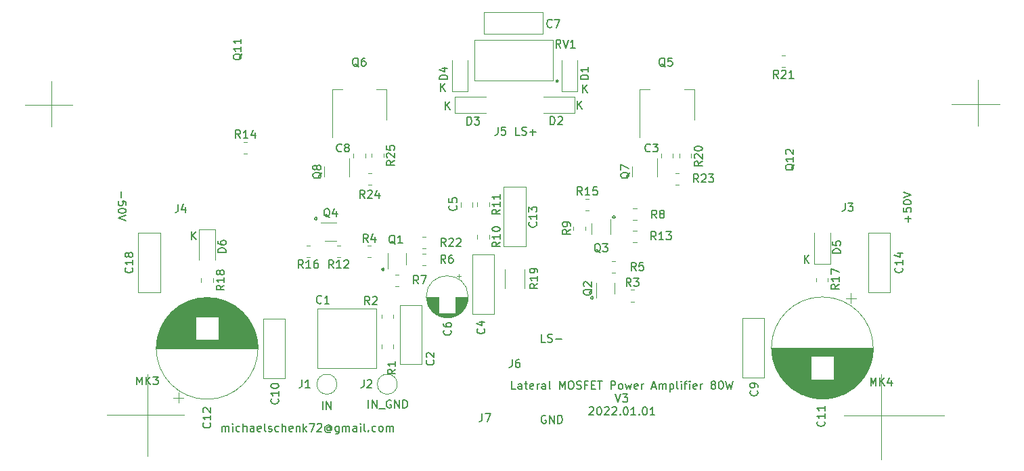
<source format=gbr>
G04 #@! TF.GenerationSoftware,KiCad,Pcbnew,(6.0.0-0)*
G04 #@! TF.CreationDate,2022-01-01T18:20:55+01:00*
G04 #@! TF.ProjectId,amp-mosfet-80w,616d702d-6d6f-4736-9665-742d3830772e,rev?*
G04 #@! TF.SameCoordinates,Original*
G04 #@! TF.FileFunction,Legend,Top*
G04 #@! TF.FilePolarity,Positive*
%FSLAX46Y46*%
G04 Gerber Fmt 4.6, Leading zero omitted, Abs format (unit mm)*
G04 Created by KiCad (PCBNEW (6.0.0-0)) date 2022-01-01 18:20:55*
%MOMM*%
%LPD*%
G01*
G04 APERTURE LIST*
%ADD10C,0.150000*%
%ADD11C,0.120000*%
G04 APERTURE END LIST*
D10*
X171800000Y-70752380D02*
X171704761Y-70800000D01*
X171657142Y-70895238D01*
X171704761Y-70990476D01*
X171800000Y-71038095D01*
X171895238Y-70990476D01*
X171942857Y-70895238D01*
X171895238Y-70800000D01*
X171800000Y-70752380D01*
X134500000Y-70952380D02*
X134404761Y-71000000D01*
X134357142Y-71095238D01*
X134404761Y-71190476D01*
X134500000Y-71238095D01*
X134595238Y-71190476D01*
X134642857Y-71095238D01*
X134595238Y-71000000D01*
X134500000Y-70952380D01*
D11*
X98107500Y-56896000D02*
X104076500Y-56896000D01*
X101409500Y-53911500D02*
X101409500Y-59626500D01*
X213106000Y-95758000D02*
X200533000Y-95758000D01*
X117983000Y-95631000D02*
X108331000Y-95631000D01*
X205232000Y-101219000D02*
X205232000Y-90551000D01*
X217360500Y-53784500D02*
X217360500Y-59499500D01*
X214058500Y-56769000D02*
X220027500Y-56769000D01*
X113411000Y-90551000D02*
X113411000Y-100838000D01*
X113411000Y-100838000D02*
X113538000Y-100711000D01*
D10*
X163258595Y-95766000D02*
X163163357Y-95718380D01*
X163020500Y-95718380D01*
X162877642Y-95766000D01*
X162782404Y-95861238D01*
X162734785Y-95956476D01*
X162687166Y-96146952D01*
X162687166Y-96289809D01*
X162734785Y-96480285D01*
X162782404Y-96575523D01*
X162877642Y-96670761D01*
X163020500Y-96718380D01*
X163115738Y-96718380D01*
X163258595Y-96670761D01*
X163306214Y-96623142D01*
X163306214Y-96289809D01*
X163115738Y-96289809D01*
X163734785Y-96718380D02*
X163734785Y-95718380D01*
X164306214Y-96718380D01*
X164306214Y-95718380D01*
X164782404Y-96718380D02*
X164782404Y-95718380D01*
X165020500Y-95718380D01*
X165163357Y-95766000D01*
X165258595Y-95861238D01*
X165306214Y-95956476D01*
X165353833Y-96146952D01*
X165353833Y-96289809D01*
X165306214Y-96480285D01*
X165258595Y-96575523D01*
X165163357Y-96670761D01*
X165020500Y-96718380D01*
X164782404Y-96718380D01*
X110164571Y-67707095D02*
X110164571Y-68469000D01*
X110783619Y-69421380D02*
X110783619Y-68945190D01*
X110307428Y-68897571D01*
X110355047Y-68945190D01*
X110402666Y-69040428D01*
X110402666Y-69278523D01*
X110355047Y-69373761D01*
X110307428Y-69421380D01*
X110212190Y-69469000D01*
X109974095Y-69469000D01*
X109878857Y-69421380D01*
X109831238Y-69373761D01*
X109783619Y-69278523D01*
X109783619Y-69040428D01*
X109831238Y-68945190D01*
X109878857Y-68897571D01*
X110783619Y-70088047D02*
X110783619Y-70183285D01*
X110736000Y-70278523D01*
X110688380Y-70326142D01*
X110593142Y-70373761D01*
X110402666Y-70421380D01*
X110164571Y-70421380D01*
X109974095Y-70373761D01*
X109878857Y-70326142D01*
X109831238Y-70278523D01*
X109783619Y-70183285D01*
X109783619Y-70088047D01*
X109831238Y-69992809D01*
X109878857Y-69945190D01*
X109974095Y-69897571D01*
X110164571Y-69849952D01*
X110402666Y-69849952D01*
X110593142Y-69897571D01*
X110688380Y-69945190D01*
X110736000Y-69992809D01*
X110783619Y-70088047D01*
X110783619Y-70707095D02*
X109783619Y-71040428D01*
X110783619Y-71373761D01*
X164700000Y-53752380D02*
X164604761Y-53800000D01*
X164557142Y-53895238D01*
X164604761Y-53990476D01*
X164700000Y-54038095D01*
X164795238Y-53990476D01*
X164842857Y-53895238D01*
X164795238Y-53800000D01*
X164700000Y-53752380D01*
X169037000Y-80859380D02*
X168941761Y-80907000D01*
X168894142Y-81002238D01*
X168941761Y-81097476D01*
X169037000Y-81145095D01*
X169132238Y-81097476D01*
X169179857Y-81002238D01*
X169132238Y-80907000D01*
X169037000Y-80859380D01*
X142900000Y-77302380D02*
X142804761Y-77350000D01*
X142757142Y-77445238D01*
X142804761Y-77540476D01*
X142900000Y-77588095D01*
X142995238Y-77540476D01*
X143042857Y-77445238D01*
X142995238Y-77350000D01*
X142900000Y-77302380D01*
X135366190Y-94940380D02*
X135366190Y-93940380D01*
X135842380Y-94940380D02*
X135842380Y-93940380D01*
X136413809Y-94940380D01*
X136413809Y-93940380D01*
X159996285Y-60650380D02*
X159520095Y-60650380D01*
X159520095Y-59650380D01*
X160282000Y-60602761D02*
X160424857Y-60650380D01*
X160662952Y-60650380D01*
X160758190Y-60602761D01*
X160805809Y-60555142D01*
X160853428Y-60459904D01*
X160853428Y-60364666D01*
X160805809Y-60269428D01*
X160758190Y-60221809D01*
X160662952Y-60174190D01*
X160472476Y-60126571D01*
X160377238Y-60078952D01*
X160329619Y-60031333D01*
X160282000Y-59936095D01*
X160282000Y-59840857D01*
X160329619Y-59745619D01*
X160377238Y-59698000D01*
X160472476Y-59650380D01*
X160710571Y-59650380D01*
X160853428Y-59698000D01*
X161282000Y-60269428D02*
X162043904Y-60269428D01*
X161662952Y-60650380D02*
X161662952Y-59888476D01*
X118938095Y-73752380D02*
X118938095Y-72752380D01*
X119509523Y-73752380D02*
X119080952Y-73180952D01*
X119509523Y-72752380D02*
X118938095Y-73323809D01*
X208605428Y-71484904D02*
X208605428Y-70723000D01*
X208986380Y-71103952D02*
X208224476Y-71103952D01*
X207986380Y-69770619D02*
X207986380Y-70246809D01*
X208462571Y-70294428D01*
X208414952Y-70246809D01*
X208367333Y-70151571D01*
X208367333Y-69913476D01*
X208414952Y-69818238D01*
X208462571Y-69770619D01*
X208557809Y-69723000D01*
X208795904Y-69723000D01*
X208891142Y-69770619D01*
X208938761Y-69818238D01*
X208986380Y-69913476D01*
X208986380Y-70151571D01*
X208938761Y-70246809D01*
X208891142Y-70294428D01*
X207986380Y-69103952D02*
X207986380Y-69008714D01*
X208034000Y-68913476D01*
X208081619Y-68865857D01*
X208176857Y-68818238D01*
X208367333Y-68770619D01*
X208605428Y-68770619D01*
X208795904Y-68818238D01*
X208891142Y-68865857D01*
X208938761Y-68913476D01*
X208986380Y-69008714D01*
X208986380Y-69103952D01*
X208938761Y-69199190D01*
X208891142Y-69246809D01*
X208795904Y-69294428D01*
X208605428Y-69342047D01*
X208367333Y-69342047D01*
X208176857Y-69294428D01*
X208081619Y-69246809D01*
X208034000Y-69199190D01*
X207986380Y-69103952D01*
X207986380Y-68484904D02*
X208986380Y-68151571D01*
X207986380Y-67818238D01*
X141081428Y-94813380D02*
X141081428Y-93813380D01*
X141557619Y-94813380D02*
X141557619Y-93813380D01*
X142129047Y-94813380D01*
X142129047Y-93813380D01*
X142367142Y-94908619D02*
X143129047Y-94908619D01*
X143890952Y-93861000D02*
X143795714Y-93813380D01*
X143652857Y-93813380D01*
X143510000Y-93861000D01*
X143414761Y-93956238D01*
X143367142Y-94051476D01*
X143319523Y-94241952D01*
X143319523Y-94384809D01*
X143367142Y-94575285D01*
X143414761Y-94670523D01*
X143510000Y-94765761D01*
X143652857Y-94813380D01*
X143748095Y-94813380D01*
X143890952Y-94765761D01*
X143938571Y-94718142D01*
X143938571Y-94384809D01*
X143748095Y-94384809D01*
X144367142Y-94813380D02*
X144367142Y-93813380D01*
X144938571Y-94813380D01*
X144938571Y-93813380D01*
X145414761Y-94813380D02*
X145414761Y-93813380D01*
X145652857Y-93813380D01*
X145795714Y-93861000D01*
X145890952Y-93956238D01*
X145938571Y-94051476D01*
X145986190Y-94241952D01*
X145986190Y-94384809D01*
X145938571Y-94575285D01*
X145890952Y-94670523D01*
X145795714Y-94765761D01*
X145652857Y-94813380D01*
X145414761Y-94813380D01*
X167251095Y-57348380D02*
X167251095Y-56348380D01*
X167822523Y-57348380D02*
X167393952Y-56776952D01*
X167822523Y-56348380D02*
X167251095Y-56919809D01*
X122762714Y-97734380D02*
X122762714Y-97067714D01*
X122762714Y-97162952D02*
X122810333Y-97115333D01*
X122905571Y-97067714D01*
X123048428Y-97067714D01*
X123143666Y-97115333D01*
X123191285Y-97210571D01*
X123191285Y-97734380D01*
X123191285Y-97210571D02*
X123238904Y-97115333D01*
X123334142Y-97067714D01*
X123477000Y-97067714D01*
X123572238Y-97115333D01*
X123619857Y-97210571D01*
X123619857Y-97734380D01*
X124096047Y-97734380D02*
X124096047Y-97067714D01*
X124096047Y-96734380D02*
X124048428Y-96782000D01*
X124096047Y-96829619D01*
X124143666Y-96782000D01*
X124096047Y-96734380D01*
X124096047Y-96829619D01*
X125000809Y-97686761D02*
X124905571Y-97734380D01*
X124715095Y-97734380D01*
X124619857Y-97686761D01*
X124572238Y-97639142D01*
X124524619Y-97543904D01*
X124524619Y-97258190D01*
X124572238Y-97162952D01*
X124619857Y-97115333D01*
X124715095Y-97067714D01*
X124905571Y-97067714D01*
X125000809Y-97115333D01*
X125429380Y-97734380D02*
X125429380Y-96734380D01*
X125857952Y-97734380D02*
X125857952Y-97210571D01*
X125810333Y-97115333D01*
X125715095Y-97067714D01*
X125572238Y-97067714D01*
X125477000Y-97115333D01*
X125429380Y-97162952D01*
X126762714Y-97734380D02*
X126762714Y-97210571D01*
X126715095Y-97115333D01*
X126619857Y-97067714D01*
X126429380Y-97067714D01*
X126334142Y-97115333D01*
X126762714Y-97686761D02*
X126667476Y-97734380D01*
X126429380Y-97734380D01*
X126334142Y-97686761D01*
X126286523Y-97591523D01*
X126286523Y-97496285D01*
X126334142Y-97401047D01*
X126429380Y-97353428D01*
X126667476Y-97353428D01*
X126762714Y-97305809D01*
X127619857Y-97686761D02*
X127524619Y-97734380D01*
X127334142Y-97734380D01*
X127238904Y-97686761D01*
X127191285Y-97591523D01*
X127191285Y-97210571D01*
X127238904Y-97115333D01*
X127334142Y-97067714D01*
X127524619Y-97067714D01*
X127619857Y-97115333D01*
X127667476Y-97210571D01*
X127667476Y-97305809D01*
X127191285Y-97401047D01*
X128238904Y-97734380D02*
X128143666Y-97686761D01*
X128096047Y-97591523D01*
X128096047Y-96734380D01*
X128572238Y-97686761D02*
X128667476Y-97734380D01*
X128857952Y-97734380D01*
X128953190Y-97686761D01*
X129000809Y-97591523D01*
X129000809Y-97543904D01*
X128953190Y-97448666D01*
X128857952Y-97401047D01*
X128715095Y-97401047D01*
X128619857Y-97353428D01*
X128572238Y-97258190D01*
X128572238Y-97210571D01*
X128619857Y-97115333D01*
X128715095Y-97067714D01*
X128857952Y-97067714D01*
X128953190Y-97115333D01*
X129857952Y-97686761D02*
X129762714Y-97734380D01*
X129572238Y-97734380D01*
X129477000Y-97686761D01*
X129429380Y-97639142D01*
X129381761Y-97543904D01*
X129381761Y-97258190D01*
X129429380Y-97162952D01*
X129477000Y-97115333D01*
X129572238Y-97067714D01*
X129762714Y-97067714D01*
X129857952Y-97115333D01*
X130286523Y-97734380D02*
X130286523Y-96734380D01*
X130715095Y-97734380D02*
X130715095Y-97210571D01*
X130667476Y-97115333D01*
X130572238Y-97067714D01*
X130429380Y-97067714D01*
X130334142Y-97115333D01*
X130286523Y-97162952D01*
X131572238Y-97686761D02*
X131477000Y-97734380D01*
X131286523Y-97734380D01*
X131191285Y-97686761D01*
X131143666Y-97591523D01*
X131143666Y-97210571D01*
X131191285Y-97115333D01*
X131286523Y-97067714D01*
X131477000Y-97067714D01*
X131572238Y-97115333D01*
X131619857Y-97210571D01*
X131619857Y-97305809D01*
X131143666Y-97401047D01*
X132048428Y-97067714D02*
X132048428Y-97734380D01*
X132048428Y-97162952D02*
X132096047Y-97115333D01*
X132191285Y-97067714D01*
X132334142Y-97067714D01*
X132429380Y-97115333D01*
X132477000Y-97210571D01*
X132477000Y-97734380D01*
X132953190Y-97734380D02*
X132953190Y-96734380D01*
X133048428Y-97353428D02*
X133334142Y-97734380D01*
X133334142Y-97067714D02*
X132953190Y-97448666D01*
X133667476Y-96734380D02*
X134334142Y-96734380D01*
X133905571Y-97734380D01*
X134667476Y-96829619D02*
X134715095Y-96782000D01*
X134810333Y-96734380D01*
X135048428Y-96734380D01*
X135143666Y-96782000D01*
X135191285Y-96829619D01*
X135238904Y-96924857D01*
X135238904Y-97020095D01*
X135191285Y-97162952D01*
X134619857Y-97734380D01*
X135238904Y-97734380D01*
X136286523Y-97258190D02*
X136238904Y-97210571D01*
X136143666Y-97162952D01*
X136048428Y-97162952D01*
X135953190Y-97210571D01*
X135905571Y-97258190D01*
X135857952Y-97353428D01*
X135857952Y-97448666D01*
X135905571Y-97543904D01*
X135953190Y-97591523D01*
X136048428Y-97639142D01*
X136143666Y-97639142D01*
X136238904Y-97591523D01*
X136286523Y-97543904D01*
X136286523Y-97162952D02*
X136286523Y-97543904D01*
X136334142Y-97591523D01*
X136381761Y-97591523D01*
X136477000Y-97543904D01*
X136524619Y-97448666D01*
X136524619Y-97210571D01*
X136429380Y-97067714D01*
X136286523Y-96972476D01*
X136096047Y-96924857D01*
X135905571Y-96972476D01*
X135762714Y-97067714D01*
X135667476Y-97210571D01*
X135619857Y-97401047D01*
X135667476Y-97591523D01*
X135762714Y-97734380D01*
X135905571Y-97829619D01*
X136096047Y-97877238D01*
X136286523Y-97829619D01*
X136429380Y-97734380D01*
X137381761Y-97067714D02*
X137381761Y-97877238D01*
X137334142Y-97972476D01*
X137286523Y-98020095D01*
X137191285Y-98067714D01*
X137048428Y-98067714D01*
X136953190Y-98020095D01*
X137381761Y-97686761D02*
X137286523Y-97734380D01*
X137096047Y-97734380D01*
X137000809Y-97686761D01*
X136953190Y-97639142D01*
X136905571Y-97543904D01*
X136905571Y-97258190D01*
X136953190Y-97162952D01*
X137000809Y-97115333D01*
X137096047Y-97067714D01*
X137286523Y-97067714D01*
X137381761Y-97115333D01*
X137857952Y-97734380D02*
X137857952Y-97067714D01*
X137857952Y-97162952D02*
X137905571Y-97115333D01*
X138000809Y-97067714D01*
X138143666Y-97067714D01*
X138238904Y-97115333D01*
X138286523Y-97210571D01*
X138286523Y-97734380D01*
X138286523Y-97210571D02*
X138334142Y-97115333D01*
X138429380Y-97067714D01*
X138572238Y-97067714D01*
X138667476Y-97115333D01*
X138715095Y-97210571D01*
X138715095Y-97734380D01*
X139619857Y-97734380D02*
X139619857Y-97210571D01*
X139572238Y-97115333D01*
X139477000Y-97067714D01*
X139286523Y-97067714D01*
X139191285Y-97115333D01*
X139619857Y-97686761D02*
X139524619Y-97734380D01*
X139286523Y-97734380D01*
X139191285Y-97686761D01*
X139143666Y-97591523D01*
X139143666Y-97496285D01*
X139191285Y-97401047D01*
X139286523Y-97353428D01*
X139524619Y-97353428D01*
X139619857Y-97305809D01*
X140096047Y-97734380D02*
X140096047Y-97067714D01*
X140096047Y-96734380D02*
X140048428Y-96782000D01*
X140096047Y-96829619D01*
X140143666Y-96782000D01*
X140096047Y-96734380D01*
X140096047Y-96829619D01*
X140715095Y-97734380D02*
X140619857Y-97686761D01*
X140572238Y-97591523D01*
X140572238Y-96734380D01*
X141096047Y-97639142D02*
X141143666Y-97686761D01*
X141096047Y-97734380D01*
X141048428Y-97686761D01*
X141096047Y-97639142D01*
X141096047Y-97734380D01*
X142000809Y-97686761D02*
X141905571Y-97734380D01*
X141715095Y-97734380D01*
X141619857Y-97686761D01*
X141572238Y-97639142D01*
X141524619Y-97543904D01*
X141524619Y-97258190D01*
X141572238Y-97162952D01*
X141619857Y-97115333D01*
X141715095Y-97067714D01*
X141905571Y-97067714D01*
X142000809Y-97115333D01*
X142572238Y-97734380D02*
X142477000Y-97686761D01*
X142429380Y-97639142D01*
X142381761Y-97543904D01*
X142381761Y-97258190D01*
X142429380Y-97162952D01*
X142477000Y-97115333D01*
X142572238Y-97067714D01*
X142715095Y-97067714D01*
X142810333Y-97115333D01*
X142857952Y-97162952D01*
X142905571Y-97258190D01*
X142905571Y-97543904D01*
X142857952Y-97639142D01*
X142810333Y-97686761D01*
X142715095Y-97734380D01*
X142572238Y-97734380D01*
X143334142Y-97734380D02*
X143334142Y-97067714D01*
X143334142Y-97162952D02*
X143381761Y-97115333D01*
X143477000Y-97067714D01*
X143619857Y-97067714D01*
X143715095Y-97115333D01*
X143762714Y-97210571D01*
X143762714Y-97734380D01*
X143762714Y-97210571D02*
X143810333Y-97115333D01*
X143905571Y-97067714D01*
X144048428Y-97067714D01*
X144143666Y-97115333D01*
X144191285Y-97210571D01*
X144191285Y-97734380D01*
X195638095Y-76702380D02*
X195638095Y-75702380D01*
X196209523Y-76702380D02*
X195780952Y-76130952D01*
X196209523Y-75702380D02*
X195638095Y-76273809D01*
X150741095Y-57475380D02*
X150741095Y-56475380D01*
X151312523Y-57475380D02*
X150883952Y-56903952D01*
X151312523Y-56475380D02*
X150741095Y-57046809D01*
X159514285Y-92442380D02*
X159038095Y-92442380D01*
X159038095Y-91442380D01*
X160276190Y-92442380D02*
X160276190Y-91918571D01*
X160228571Y-91823333D01*
X160133333Y-91775714D01*
X159942857Y-91775714D01*
X159847619Y-91823333D01*
X160276190Y-92394761D02*
X160180952Y-92442380D01*
X159942857Y-92442380D01*
X159847619Y-92394761D01*
X159800000Y-92299523D01*
X159800000Y-92204285D01*
X159847619Y-92109047D01*
X159942857Y-92061428D01*
X160180952Y-92061428D01*
X160276190Y-92013809D01*
X160609523Y-91775714D02*
X160990476Y-91775714D01*
X160752380Y-91442380D02*
X160752380Y-92299523D01*
X160800000Y-92394761D01*
X160895238Y-92442380D01*
X160990476Y-92442380D01*
X161704761Y-92394761D02*
X161609523Y-92442380D01*
X161419047Y-92442380D01*
X161323809Y-92394761D01*
X161276190Y-92299523D01*
X161276190Y-91918571D01*
X161323809Y-91823333D01*
X161419047Y-91775714D01*
X161609523Y-91775714D01*
X161704761Y-91823333D01*
X161752380Y-91918571D01*
X161752380Y-92013809D01*
X161276190Y-92109047D01*
X162180952Y-92442380D02*
X162180952Y-91775714D01*
X162180952Y-91966190D02*
X162228571Y-91870952D01*
X162276190Y-91823333D01*
X162371428Y-91775714D01*
X162466666Y-91775714D01*
X163228571Y-92442380D02*
X163228571Y-91918571D01*
X163180952Y-91823333D01*
X163085714Y-91775714D01*
X162895238Y-91775714D01*
X162800000Y-91823333D01*
X163228571Y-92394761D02*
X163133333Y-92442380D01*
X162895238Y-92442380D01*
X162800000Y-92394761D01*
X162752380Y-92299523D01*
X162752380Y-92204285D01*
X162800000Y-92109047D01*
X162895238Y-92061428D01*
X163133333Y-92061428D01*
X163228571Y-92013809D01*
X163847619Y-92442380D02*
X163752380Y-92394761D01*
X163704761Y-92299523D01*
X163704761Y-91442380D01*
X164990476Y-92442380D02*
X164990476Y-91442380D01*
X165323809Y-92156666D01*
X165657142Y-91442380D01*
X165657142Y-92442380D01*
X166323809Y-91442380D02*
X166514285Y-91442380D01*
X166609523Y-91490000D01*
X166704761Y-91585238D01*
X166752380Y-91775714D01*
X166752380Y-92109047D01*
X166704761Y-92299523D01*
X166609523Y-92394761D01*
X166514285Y-92442380D01*
X166323809Y-92442380D01*
X166228571Y-92394761D01*
X166133333Y-92299523D01*
X166085714Y-92109047D01*
X166085714Y-91775714D01*
X166133333Y-91585238D01*
X166228571Y-91490000D01*
X166323809Y-91442380D01*
X167133333Y-92394761D02*
X167276190Y-92442380D01*
X167514285Y-92442380D01*
X167609523Y-92394761D01*
X167657142Y-92347142D01*
X167704761Y-92251904D01*
X167704761Y-92156666D01*
X167657142Y-92061428D01*
X167609523Y-92013809D01*
X167514285Y-91966190D01*
X167323809Y-91918571D01*
X167228571Y-91870952D01*
X167180952Y-91823333D01*
X167133333Y-91728095D01*
X167133333Y-91632857D01*
X167180952Y-91537619D01*
X167228571Y-91490000D01*
X167323809Y-91442380D01*
X167561904Y-91442380D01*
X167704761Y-91490000D01*
X168466666Y-91918571D02*
X168133333Y-91918571D01*
X168133333Y-92442380D02*
X168133333Y-91442380D01*
X168609523Y-91442380D01*
X168990476Y-91918571D02*
X169323809Y-91918571D01*
X169466666Y-92442380D02*
X168990476Y-92442380D01*
X168990476Y-91442380D01*
X169466666Y-91442380D01*
X169752380Y-91442380D02*
X170323809Y-91442380D01*
X170038095Y-92442380D02*
X170038095Y-91442380D01*
X171419047Y-92442380D02*
X171419047Y-91442380D01*
X171800000Y-91442380D01*
X171895238Y-91490000D01*
X171942857Y-91537619D01*
X171990476Y-91632857D01*
X171990476Y-91775714D01*
X171942857Y-91870952D01*
X171895238Y-91918571D01*
X171800000Y-91966190D01*
X171419047Y-91966190D01*
X172561904Y-92442380D02*
X172466666Y-92394761D01*
X172419047Y-92347142D01*
X172371428Y-92251904D01*
X172371428Y-91966190D01*
X172419047Y-91870952D01*
X172466666Y-91823333D01*
X172561904Y-91775714D01*
X172704761Y-91775714D01*
X172800000Y-91823333D01*
X172847619Y-91870952D01*
X172895238Y-91966190D01*
X172895238Y-92251904D01*
X172847619Y-92347142D01*
X172800000Y-92394761D01*
X172704761Y-92442380D01*
X172561904Y-92442380D01*
X173228571Y-91775714D02*
X173419047Y-92442380D01*
X173609523Y-91966190D01*
X173800000Y-92442380D01*
X173990476Y-91775714D01*
X174752380Y-92394761D02*
X174657142Y-92442380D01*
X174466666Y-92442380D01*
X174371428Y-92394761D01*
X174323809Y-92299523D01*
X174323809Y-91918571D01*
X174371428Y-91823333D01*
X174466666Y-91775714D01*
X174657142Y-91775714D01*
X174752380Y-91823333D01*
X174800000Y-91918571D01*
X174800000Y-92013809D01*
X174323809Y-92109047D01*
X175228571Y-92442380D02*
X175228571Y-91775714D01*
X175228571Y-91966190D02*
X175276190Y-91870952D01*
X175323809Y-91823333D01*
X175419047Y-91775714D01*
X175514285Y-91775714D01*
X176561904Y-92156666D02*
X177038095Y-92156666D01*
X176466666Y-92442380D02*
X176800000Y-91442380D01*
X177133333Y-92442380D01*
X177466666Y-92442380D02*
X177466666Y-91775714D01*
X177466666Y-91870952D02*
X177514285Y-91823333D01*
X177609523Y-91775714D01*
X177752380Y-91775714D01*
X177847619Y-91823333D01*
X177895238Y-91918571D01*
X177895238Y-92442380D01*
X177895238Y-91918571D02*
X177942857Y-91823333D01*
X178038095Y-91775714D01*
X178180952Y-91775714D01*
X178276190Y-91823333D01*
X178323809Y-91918571D01*
X178323809Y-92442380D01*
X178800000Y-91775714D02*
X178800000Y-92775714D01*
X178800000Y-91823333D02*
X178895238Y-91775714D01*
X179085714Y-91775714D01*
X179180952Y-91823333D01*
X179228571Y-91870952D01*
X179276190Y-91966190D01*
X179276190Y-92251904D01*
X179228571Y-92347142D01*
X179180952Y-92394761D01*
X179085714Y-92442380D01*
X178895238Y-92442380D01*
X178800000Y-92394761D01*
X179847619Y-92442380D02*
X179752380Y-92394761D01*
X179704761Y-92299523D01*
X179704761Y-91442380D01*
X180228571Y-92442380D02*
X180228571Y-91775714D01*
X180228571Y-91442380D02*
X180180952Y-91490000D01*
X180228571Y-91537619D01*
X180276190Y-91490000D01*
X180228571Y-91442380D01*
X180228571Y-91537619D01*
X180561904Y-91775714D02*
X180942857Y-91775714D01*
X180704761Y-92442380D02*
X180704761Y-91585238D01*
X180752380Y-91490000D01*
X180847619Y-91442380D01*
X180942857Y-91442380D01*
X181276190Y-92442380D02*
X181276190Y-91775714D01*
X181276190Y-91442380D02*
X181228571Y-91490000D01*
X181276190Y-91537619D01*
X181323809Y-91490000D01*
X181276190Y-91442380D01*
X181276190Y-91537619D01*
X182133333Y-92394761D02*
X182038095Y-92442380D01*
X181847619Y-92442380D01*
X181752380Y-92394761D01*
X181704761Y-92299523D01*
X181704761Y-91918571D01*
X181752380Y-91823333D01*
X181847619Y-91775714D01*
X182038095Y-91775714D01*
X182133333Y-91823333D01*
X182180952Y-91918571D01*
X182180952Y-92013809D01*
X181704761Y-92109047D01*
X182609523Y-92442380D02*
X182609523Y-91775714D01*
X182609523Y-91966190D02*
X182657142Y-91870952D01*
X182704761Y-91823333D01*
X182800000Y-91775714D01*
X182895238Y-91775714D01*
X184133333Y-91870952D02*
X184038095Y-91823333D01*
X183990476Y-91775714D01*
X183942857Y-91680476D01*
X183942857Y-91632857D01*
X183990476Y-91537619D01*
X184038095Y-91490000D01*
X184133333Y-91442380D01*
X184323809Y-91442380D01*
X184419047Y-91490000D01*
X184466666Y-91537619D01*
X184514285Y-91632857D01*
X184514285Y-91680476D01*
X184466666Y-91775714D01*
X184419047Y-91823333D01*
X184323809Y-91870952D01*
X184133333Y-91870952D01*
X184038095Y-91918571D01*
X183990476Y-91966190D01*
X183942857Y-92061428D01*
X183942857Y-92251904D01*
X183990476Y-92347142D01*
X184038095Y-92394761D01*
X184133333Y-92442380D01*
X184323809Y-92442380D01*
X184419047Y-92394761D01*
X184466666Y-92347142D01*
X184514285Y-92251904D01*
X184514285Y-92061428D01*
X184466666Y-91966190D01*
X184419047Y-91918571D01*
X184323809Y-91870952D01*
X185133333Y-91442380D02*
X185228571Y-91442380D01*
X185323809Y-91490000D01*
X185371428Y-91537619D01*
X185419047Y-91632857D01*
X185466666Y-91823333D01*
X185466666Y-92061428D01*
X185419047Y-92251904D01*
X185371428Y-92347142D01*
X185323809Y-92394761D01*
X185228571Y-92442380D01*
X185133333Y-92442380D01*
X185038095Y-92394761D01*
X184990476Y-92347142D01*
X184942857Y-92251904D01*
X184895238Y-92061428D01*
X184895238Y-91823333D01*
X184942857Y-91632857D01*
X184990476Y-91537619D01*
X185038095Y-91490000D01*
X185133333Y-91442380D01*
X185800000Y-91442380D02*
X186038095Y-92442380D01*
X186228571Y-91728095D01*
X186419047Y-92442380D01*
X186657142Y-91442380D01*
X171990476Y-93052380D02*
X172323809Y-94052380D01*
X172657142Y-93052380D01*
X172895238Y-93052380D02*
X173514285Y-93052380D01*
X173180952Y-93433333D01*
X173323809Y-93433333D01*
X173419047Y-93480952D01*
X173466666Y-93528571D01*
X173514285Y-93623809D01*
X173514285Y-93861904D01*
X173466666Y-93957142D01*
X173419047Y-94004761D01*
X173323809Y-94052380D01*
X173038095Y-94052380D01*
X172942857Y-94004761D01*
X172895238Y-93957142D01*
X168704761Y-94757619D02*
X168752380Y-94710000D01*
X168847619Y-94662380D01*
X169085714Y-94662380D01*
X169180952Y-94710000D01*
X169228571Y-94757619D01*
X169276190Y-94852857D01*
X169276190Y-94948095D01*
X169228571Y-95090952D01*
X168657142Y-95662380D01*
X169276190Y-95662380D01*
X169895238Y-94662380D02*
X169990476Y-94662380D01*
X170085714Y-94710000D01*
X170133333Y-94757619D01*
X170180952Y-94852857D01*
X170228571Y-95043333D01*
X170228571Y-95281428D01*
X170180952Y-95471904D01*
X170133333Y-95567142D01*
X170085714Y-95614761D01*
X169990476Y-95662380D01*
X169895238Y-95662380D01*
X169800000Y-95614761D01*
X169752380Y-95567142D01*
X169704761Y-95471904D01*
X169657142Y-95281428D01*
X169657142Y-95043333D01*
X169704761Y-94852857D01*
X169752380Y-94757619D01*
X169800000Y-94710000D01*
X169895238Y-94662380D01*
X170609523Y-94757619D02*
X170657142Y-94710000D01*
X170752380Y-94662380D01*
X170990476Y-94662380D01*
X171085714Y-94710000D01*
X171133333Y-94757619D01*
X171180952Y-94852857D01*
X171180952Y-94948095D01*
X171133333Y-95090952D01*
X170561904Y-95662380D01*
X171180952Y-95662380D01*
X171561904Y-94757619D02*
X171609523Y-94710000D01*
X171704761Y-94662380D01*
X171942857Y-94662380D01*
X172038095Y-94710000D01*
X172085714Y-94757619D01*
X172133333Y-94852857D01*
X172133333Y-94948095D01*
X172085714Y-95090952D01*
X171514285Y-95662380D01*
X172133333Y-95662380D01*
X172561904Y-95567142D02*
X172609523Y-95614761D01*
X172561904Y-95662380D01*
X172514285Y-95614761D01*
X172561904Y-95567142D01*
X172561904Y-95662380D01*
X173228571Y-94662380D02*
X173323809Y-94662380D01*
X173419047Y-94710000D01*
X173466666Y-94757619D01*
X173514285Y-94852857D01*
X173561904Y-95043333D01*
X173561904Y-95281428D01*
X173514285Y-95471904D01*
X173466666Y-95567142D01*
X173419047Y-95614761D01*
X173323809Y-95662380D01*
X173228571Y-95662380D01*
X173133333Y-95614761D01*
X173085714Y-95567142D01*
X173038095Y-95471904D01*
X172990476Y-95281428D01*
X172990476Y-95043333D01*
X173038095Y-94852857D01*
X173085714Y-94757619D01*
X173133333Y-94710000D01*
X173228571Y-94662380D01*
X174514285Y-95662380D02*
X173942857Y-95662380D01*
X174228571Y-95662380D02*
X174228571Y-94662380D01*
X174133333Y-94805238D01*
X174038095Y-94900476D01*
X173942857Y-94948095D01*
X174942857Y-95567142D02*
X174990476Y-95614761D01*
X174942857Y-95662380D01*
X174895238Y-95614761D01*
X174942857Y-95567142D01*
X174942857Y-95662380D01*
X175609523Y-94662380D02*
X175704761Y-94662380D01*
X175800000Y-94710000D01*
X175847619Y-94757619D01*
X175895238Y-94852857D01*
X175942857Y-95043333D01*
X175942857Y-95281428D01*
X175895238Y-95471904D01*
X175847619Y-95567142D01*
X175800000Y-95614761D01*
X175704761Y-95662380D01*
X175609523Y-95662380D01*
X175514285Y-95614761D01*
X175466666Y-95567142D01*
X175419047Y-95471904D01*
X175371428Y-95281428D01*
X175371428Y-95043333D01*
X175419047Y-94852857D01*
X175466666Y-94757619D01*
X175514285Y-94710000D01*
X175609523Y-94662380D01*
X176895238Y-95662380D02*
X176323809Y-95662380D01*
X176609523Y-95662380D02*
X176609523Y-94662380D01*
X176514285Y-94805238D01*
X176419047Y-94900476D01*
X176323809Y-94948095D01*
X167886095Y-55316380D02*
X167886095Y-54316380D01*
X168457523Y-55316380D02*
X168028952Y-54744952D01*
X168457523Y-54316380D02*
X167886095Y-54887809D01*
X150106095Y-55189380D02*
X150106095Y-54189380D01*
X150677523Y-55189380D02*
X150248952Y-54617952D01*
X150677523Y-54189380D02*
X150106095Y-54760809D01*
X163234785Y-86558380D02*
X162758595Y-86558380D01*
X162758595Y-85558380D01*
X163520500Y-86510761D02*
X163663357Y-86558380D01*
X163901452Y-86558380D01*
X163996690Y-86510761D01*
X164044309Y-86463142D01*
X164091928Y-86367904D01*
X164091928Y-86272666D01*
X164044309Y-86177428D01*
X163996690Y-86129809D01*
X163901452Y-86082190D01*
X163710976Y-86034571D01*
X163615738Y-85986952D01*
X163568119Y-85939333D01*
X163520500Y-85844095D01*
X163520500Y-85748857D01*
X163568119Y-85653619D01*
X163615738Y-85606000D01*
X163710976Y-85558380D01*
X163949071Y-85558380D01*
X164091928Y-85606000D01*
X164520500Y-86177428D02*
X165282404Y-86177428D01*
X182852380Y-63942857D02*
X182376190Y-64276190D01*
X182852380Y-64514285D02*
X181852380Y-64514285D01*
X181852380Y-64133333D01*
X181900000Y-64038095D01*
X181947619Y-63990476D01*
X182042857Y-63942857D01*
X182185714Y-63942857D01*
X182280952Y-63990476D01*
X182328571Y-64038095D01*
X182376190Y-64133333D01*
X182376190Y-64514285D01*
X181947619Y-63561904D02*
X181900000Y-63514285D01*
X181852380Y-63419047D01*
X181852380Y-63180952D01*
X181900000Y-63085714D01*
X181947619Y-63038095D01*
X182042857Y-62990476D01*
X182138095Y-62990476D01*
X182280952Y-63038095D01*
X182852380Y-63609523D01*
X182852380Y-62990476D01*
X181852380Y-62371428D02*
X181852380Y-62276190D01*
X181900000Y-62180952D01*
X181947619Y-62133333D01*
X182042857Y-62085714D01*
X182233333Y-62038095D01*
X182471428Y-62038095D01*
X182661904Y-62085714D01*
X182757142Y-62133333D01*
X182804761Y-62180952D01*
X182852380Y-62276190D01*
X182852380Y-62371428D01*
X182804761Y-62466666D01*
X182757142Y-62514285D01*
X182661904Y-62561904D01*
X182471428Y-62609523D01*
X182233333Y-62609523D01*
X182042857Y-62561904D01*
X181947619Y-62514285D01*
X181900000Y-62466666D01*
X181852380Y-62371428D01*
X135215333Y-81637142D02*
X135167714Y-81684761D01*
X135024857Y-81732380D01*
X134929619Y-81732380D01*
X134786761Y-81684761D01*
X134691523Y-81589523D01*
X134643904Y-81494285D01*
X134596285Y-81303809D01*
X134596285Y-81160952D01*
X134643904Y-80970476D01*
X134691523Y-80875238D01*
X134786761Y-80780000D01*
X134929619Y-80732380D01*
X135024857Y-80732380D01*
X135167714Y-80780000D01*
X135215333Y-80827619D01*
X136167714Y-81732380D02*
X135596285Y-81732380D01*
X135882000Y-81732380D02*
X135882000Y-80732380D01*
X135786761Y-80875238D01*
X135691523Y-80970476D01*
X135596285Y-81018095D01*
X149201142Y-88812666D02*
X149248761Y-88860285D01*
X149296380Y-89003142D01*
X149296380Y-89098380D01*
X149248761Y-89241238D01*
X149153523Y-89336476D01*
X149058285Y-89384095D01*
X148867809Y-89431714D01*
X148724952Y-89431714D01*
X148534476Y-89384095D01*
X148439238Y-89336476D01*
X148344000Y-89241238D01*
X148296380Y-89098380D01*
X148296380Y-89003142D01*
X148344000Y-88860285D01*
X148391619Y-88812666D01*
X148391619Y-88431714D02*
X148344000Y-88384095D01*
X148296380Y-88288857D01*
X148296380Y-88050761D01*
X148344000Y-87955523D01*
X148391619Y-87907904D01*
X148486857Y-87860285D01*
X148582095Y-87860285D01*
X148724952Y-87907904D01*
X149296380Y-88479333D01*
X149296380Y-87860285D01*
X155551142Y-84875666D02*
X155598761Y-84923285D01*
X155646380Y-85066142D01*
X155646380Y-85161380D01*
X155598761Y-85304238D01*
X155503523Y-85399476D01*
X155408285Y-85447095D01*
X155217809Y-85494714D01*
X155074952Y-85494714D01*
X154884476Y-85447095D01*
X154789238Y-85399476D01*
X154694000Y-85304238D01*
X154646380Y-85161380D01*
X154646380Y-85066142D01*
X154694000Y-84923285D01*
X154741619Y-84875666D01*
X154979714Y-84018523D02*
X155646380Y-84018523D01*
X154598761Y-84256619D02*
X155313047Y-84494714D01*
X155313047Y-83875666D01*
X152057142Y-69466666D02*
X152104761Y-69514285D01*
X152152380Y-69657142D01*
X152152380Y-69752380D01*
X152104761Y-69895238D01*
X152009523Y-69990476D01*
X151914285Y-70038095D01*
X151723809Y-70085714D01*
X151580952Y-70085714D01*
X151390476Y-70038095D01*
X151295238Y-69990476D01*
X151200000Y-69895238D01*
X151152380Y-69752380D01*
X151152380Y-69657142D01*
X151200000Y-69514285D01*
X151247619Y-69466666D01*
X151152380Y-68561904D02*
X151152380Y-69038095D01*
X151628571Y-69085714D01*
X151580952Y-69038095D01*
X151533333Y-68942857D01*
X151533333Y-68704761D01*
X151580952Y-68609523D01*
X151628571Y-68561904D01*
X151723809Y-68514285D01*
X151961904Y-68514285D01*
X152057142Y-68561904D01*
X152104761Y-68609523D01*
X152152380Y-68704761D01*
X152152380Y-68942857D01*
X152104761Y-69038095D01*
X152057142Y-69085714D01*
X151357142Y-85066666D02*
X151404761Y-85114285D01*
X151452380Y-85257142D01*
X151452380Y-85352380D01*
X151404761Y-85495238D01*
X151309523Y-85590476D01*
X151214285Y-85638095D01*
X151023809Y-85685714D01*
X150880952Y-85685714D01*
X150690476Y-85638095D01*
X150595238Y-85590476D01*
X150500000Y-85495238D01*
X150452380Y-85352380D01*
X150452380Y-85257142D01*
X150500000Y-85114285D01*
X150547619Y-85066666D01*
X150452380Y-84209523D02*
X150452380Y-84400000D01*
X150500000Y-84495238D01*
X150547619Y-84542857D01*
X150690476Y-84638095D01*
X150880952Y-84685714D01*
X151261904Y-84685714D01*
X151357142Y-84638095D01*
X151404761Y-84590476D01*
X151452380Y-84495238D01*
X151452380Y-84304761D01*
X151404761Y-84209523D01*
X151357142Y-84161904D01*
X151261904Y-84114285D01*
X151023809Y-84114285D01*
X150928571Y-84161904D01*
X150880952Y-84209523D01*
X150833333Y-84304761D01*
X150833333Y-84495238D01*
X150880952Y-84590476D01*
X150928571Y-84638095D01*
X151023809Y-84685714D01*
X189714142Y-92639166D02*
X189761761Y-92686785D01*
X189809380Y-92829642D01*
X189809380Y-92924880D01*
X189761761Y-93067738D01*
X189666523Y-93162976D01*
X189571285Y-93210595D01*
X189380809Y-93258214D01*
X189237952Y-93258214D01*
X189047476Y-93210595D01*
X188952238Y-93162976D01*
X188857000Y-93067738D01*
X188809380Y-92924880D01*
X188809380Y-92829642D01*
X188857000Y-92686785D01*
X188904619Y-92639166D01*
X189809380Y-92162976D02*
X189809380Y-91972500D01*
X189761761Y-91877261D01*
X189714142Y-91829642D01*
X189571285Y-91734404D01*
X189380809Y-91686785D01*
X188999857Y-91686785D01*
X188904619Y-91734404D01*
X188857000Y-91782023D01*
X188809380Y-91877261D01*
X188809380Y-92067738D01*
X188857000Y-92162976D01*
X188904619Y-92210595D01*
X188999857Y-92258214D01*
X189237952Y-92258214D01*
X189333190Y-92210595D01*
X189380809Y-92162976D01*
X189428428Y-92067738D01*
X189428428Y-91877261D01*
X189380809Y-91782023D01*
X189333190Y-91734404D01*
X189237952Y-91686785D01*
X198096142Y-96464357D02*
X198143761Y-96511976D01*
X198191380Y-96654833D01*
X198191380Y-96750071D01*
X198143761Y-96892928D01*
X198048523Y-96988166D01*
X197953285Y-97035785D01*
X197762809Y-97083404D01*
X197619952Y-97083404D01*
X197429476Y-97035785D01*
X197334238Y-96988166D01*
X197239000Y-96892928D01*
X197191380Y-96750071D01*
X197191380Y-96654833D01*
X197239000Y-96511976D01*
X197286619Y-96464357D01*
X198191380Y-95511976D02*
X198191380Y-96083404D01*
X198191380Y-95797690D02*
X197191380Y-95797690D01*
X197334238Y-95892928D01*
X197429476Y-95988166D01*
X197477095Y-96083404D01*
X198191380Y-94559595D02*
X198191380Y-95131023D01*
X198191380Y-94845309D02*
X197191380Y-94845309D01*
X197334238Y-94940547D01*
X197429476Y-95035785D01*
X197477095Y-95131023D01*
X162057142Y-71542857D02*
X162104761Y-71590476D01*
X162152380Y-71733333D01*
X162152380Y-71828571D01*
X162104761Y-71971428D01*
X162009523Y-72066666D01*
X161914285Y-72114285D01*
X161723809Y-72161904D01*
X161580952Y-72161904D01*
X161390476Y-72114285D01*
X161295238Y-72066666D01*
X161200000Y-71971428D01*
X161152380Y-71828571D01*
X161152380Y-71733333D01*
X161200000Y-71590476D01*
X161247619Y-71542857D01*
X162152380Y-70590476D02*
X162152380Y-71161904D01*
X162152380Y-70876190D02*
X161152380Y-70876190D01*
X161295238Y-70971428D01*
X161390476Y-71066666D01*
X161438095Y-71161904D01*
X161152380Y-70257142D02*
X161152380Y-69638095D01*
X161533333Y-69971428D01*
X161533333Y-69828571D01*
X161580952Y-69733333D01*
X161628571Y-69685714D01*
X161723809Y-69638095D01*
X161961904Y-69638095D01*
X162057142Y-69685714D01*
X162104761Y-69733333D01*
X162152380Y-69828571D01*
X162152380Y-70114285D01*
X162104761Y-70209523D01*
X162057142Y-70257142D01*
X168600380Y-53696095D02*
X167600380Y-53696095D01*
X167600380Y-53458000D01*
X167648000Y-53315142D01*
X167743238Y-53219904D01*
X167838476Y-53172285D01*
X168028952Y-53124666D01*
X168171809Y-53124666D01*
X168362285Y-53172285D01*
X168457523Y-53219904D01*
X168552761Y-53315142D01*
X168600380Y-53458000D01*
X168600380Y-53696095D01*
X168600380Y-52172285D02*
X168600380Y-52743714D01*
X168600380Y-52458000D02*
X167600380Y-52458000D01*
X167743238Y-52553238D01*
X167838476Y-52648476D01*
X167886095Y-52743714D01*
X163853904Y-59348380D02*
X163853904Y-58348380D01*
X164092000Y-58348380D01*
X164234857Y-58396000D01*
X164330095Y-58491238D01*
X164377714Y-58586476D01*
X164425333Y-58776952D01*
X164425333Y-58919809D01*
X164377714Y-59110285D01*
X164330095Y-59205523D01*
X164234857Y-59300761D01*
X164092000Y-59348380D01*
X163853904Y-59348380D01*
X164806285Y-58443619D02*
X164853904Y-58396000D01*
X164949142Y-58348380D01*
X165187238Y-58348380D01*
X165282476Y-58396000D01*
X165330095Y-58443619D01*
X165377714Y-58538857D01*
X165377714Y-58634095D01*
X165330095Y-58776952D01*
X164758666Y-59348380D01*
X165377714Y-59348380D01*
X153439904Y-59380380D02*
X153439904Y-58380380D01*
X153678000Y-58380380D01*
X153820857Y-58428000D01*
X153916095Y-58523238D01*
X153963714Y-58618476D01*
X154011333Y-58808952D01*
X154011333Y-58951809D01*
X153963714Y-59142285D01*
X153916095Y-59237523D01*
X153820857Y-59332761D01*
X153678000Y-59380380D01*
X153439904Y-59380380D01*
X154344666Y-58380380D02*
X154963714Y-58380380D01*
X154630380Y-58761333D01*
X154773238Y-58761333D01*
X154868476Y-58808952D01*
X154916095Y-58856571D01*
X154963714Y-58951809D01*
X154963714Y-59189904D01*
X154916095Y-59285142D01*
X154868476Y-59332761D01*
X154773238Y-59380380D01*
X154487523Y-59380380D01*
X154392285Y-59332761D01*
X154344666Y-59285142D01*
X150979380Y-53696095D02*
X149979380Y-53696095D01*
X149979380Y-53458000D01*
X150027000Y-53315142D01*
X150122238Y-53219904D01*
X150217476Y-53172285D01*
X150407952Y-53124666D01*
X150550809Y-53124666D01*
X150741285Y-53172285D01*
X150836523Y-53219904D01*
X150931761Y-53315142D01*
X150979380Y-53458000D01*
X150979380Y-53696095D01*
X150312714Y-52267523D02*
X150979380Y-52267523D01*
X149931761Y-52505619D02*
X150646047Y-52743714D01*
X150646047Y-52124666D01*
X200152380Y-75438095D02*
X199152380Y-75438095D01*
X199152380Y-75200000D01*
X199200000Y-75057142D01*
X199295238Y-74961904D01*
X199390476Y-74914285D01*
X199580952Y-74866666D01*
X199723809Y-74866666D01*
X199914285Y-74914285D01*
X200009523Y-74961904D01*
X200104761Y-75057142D01*
X200152380Y-75200000D01*
X200152380Y-75438095D01*
X199152380Y-73961904D02*
X199152380Y-74438095D01*
X199628571Y-74485714D01*
X199580952Y-74438095D01*
X199533333Y-74342857D01*
X199533333Y-74104761D01*
X199580952Y-74009523D01*
X199628571Y-73961904D01*
X199723809Y-73914285D01*
X199961904Y-73914285D01*
X200057142Y-73961904D01*
X200104761Y-74009523D01*
X200152380Y-74104761D01*
X200152380Y-74342857D01*
X200104761Y-74438095D01*
X200057142Y-74485714D01*
X132762666Y-91273380D02*
X132762666Y-91987666D01*
X132715047Y-92130523D01*
X132619809Y-92225761D01*
X132476952Y-92273380D01*
X132381714Y-92273380D01*
X133762666Y-92273380D02*
X133191238Y-92273380D01*
X133476952Y-92273380D02*
X133476952Y-91273380D01*
X133381714Y-91416238D01*
X133286476Y-91511476D01*
X133191238Y-91559095D01*
X140509666Y-91273380D02*
X140509666Y-91987666D01*
X140462047Y-92130523D01*
X140366809Y-92225761D01*
X140223952Y-92273380D01*
X140128714Y-92273380D01*
X140938238Y-91368619D02*
X140985857Y-91321000D01*
X141081095Y-91273380D01*
X141319190Y-91273380D01*
X141414428Y-91321000D01*
X141462047Y-91368619D01*
X141509666Y-91463857D01*
X141509666Y-91559095D01*
X141462047Y-91701952D01*
X140890619Y-92273380D01*
X141509666Y-92273380D01*
X200707666Y-69175380D02*
X200707666Y-69889666D01*
X200660047Y-70032523D01*
X200564809Y-70127761D01*
X200421952Y-70175380D01*
X200326714Y-70175380D01*
X201088619Y-69175380D02*
X201707666Y-69175380D01*
X201374333Y-69556333D01*
X201517190Y-69556333D01*
X201612428Y-69603952D01*
X201660047Y-69651571D01*
X201707666Y-69746809D01*
X201707666Y-69984904D01*
X201660047Y-70080142D01*
X201612428Y-70127761D01*
X201517190Y-70175380D01*
X201231476Y-70175380D01*
X201136238Y-70127761D01*
X201088619Y-70080142D01*
X157273666Y-59650380D02*
X157273666Y-60364666D01*
X157226047Y-60507523D01*
X157130809Y-60602761D01*
X156987952Y-60650380D01*
X156892714Y-60650380D01*
X158226047Y-59650380D02*
X157749857Y-59650380D01*
X157702238Y-60126571D01*
X157749857Y-60078952D01*
X157845095Y-60031333D01*
X158083190Y-60031333D01*
X158178428Y-60078952D01*
X158226047Y-60126571D01*
X158273666Y-60221809D01*
X158273666Y-60459904D01*
X158226047Y-60555142D01*
X158178428Y-60602761D01*
X158083190Y-60650380D01*
X157845095Y-60650380D01*
X157749857Y-60602761D01*
X157702238Y-60555142D01*
X159051666Y-88733380D02*
X159051666Y-89447666D01*
X159004047Y-89590523D01*
X158908809Y-89685761D01*
X158765952Y-89733380D01*
X158670714Y-89733380D01*
X159956428Y-88733380D02*
X159765952Y-88733380D01*
X159670714Y-88781000D01*
X159623095Y-88828619D01*
X159527857Y-88971476D01*
X159480238Y-89161952D01*
X159480238Y-89542904D01*
X159527857Y-89638142D01*
X159575476Y-89685761D01*
X159670714Y-89733380D01*
X159861190Y-89733380D01*
X159956428Y-89685761D01*
X160004047Y-89638142D01*
X160051666Y-89542904D01*
X160051666Y-89304809D01*
X160004047Y-89209571D01*
X159956428Y-89161952D01*
X159861190Y-89114333D01*
X159670714Y-89114333D01*
X159575476Y-89161952D01*
X159527857Y-89209571D01*
X159480238Y-89304809D01*
X155305166Y-95464380D02*
X155305166Y-96178666D01*
X155257547Y-96321523D01*
X155162309Y-96416761D01*
X155019452Y-96464380D01*
X154924214Y-96464380D01*
X155686119Y-95464380D02*
X156352785Y-95464380D01*
X155924214Y-96464380D01*
X112101476Y-91883380D02*
X112101476Y-90883380D01*
X112434809Y-91597666D01*
X112768142Y-90883380D01*
X112768142Y-91883380D01*
X113244333Y-91883380D02*
X113244333Y-90883380D01*
X113815761Y-91883380D02*
X113387190Y-91311952D01*
X113815761Y-90883380D02*
X113244333Y-91454809D01*
X114149095Y-90883380D02*
X114768142Y-90883380D01*
X114434809Y-91264333D01*
X114577666Y-91264333D01*
X114672904Y-91311952D01*
X114720523Y-91359571D01*
X114768142Y-91454809D01*
X114768142Y-91692904D01*
X114720523Y-91788142D01*
X114672904Y-91835761D01*
X114577666Y-91883380D01*
X114291952Y-91883380D01*
X114196714Y-91835761D01*
X114149095Y-91788142D01*
X203922476Y-92010380D02*
X203922476Y-91010380D01*
X204255809Y-91724666D01*
X204589142Y-91010380D01*
X204589142Y-92010380D01*
X205065333Y-92010380D02*
X205065333Y-91010380D01*
X205636761Y-92010380D02*
X205208190Y-91438952D01*
X205636761Y-91010380D02*
X205065333Y-91581809D01*
X206493904Y-91343714D02*
X206493904Y-92010380D01*
X206255809Y-90962761D02*
X206017714Y-91677047D01*
X206636761Y-91677047D01*
X144470380Y-89955666D02*
X143994190Y-90289000D01*
X144470380Y-90527095D02*
X143470380Y-90527095D01*
X143470380Y-90146142D01*
X143518000Y-90050904D01*
X143565619Y-90003285D01*
X143660857Y-89955666D01*
X143803714Y-89955666D01*
X143898952Y-90003285D01*
X143946571Y-90050904D01*
X143994190Y-90146142D01*
X143994190Y-90527095D01*
X144470380Y-89003285D02*
X144470380Y-89574714D01*
X144470380Y-89289000D02*
X143470380Y-89289000D01*
X143613238Y-89384238D01*
X143708476Y-89479476D01*
X143756095Y-89574714D01*
X141233333Y-81852380D02*
X140900000Y-81376190D01*
X140661904Y-81852380D02*
X140661904Y-80852380D01*
X141042857Y-80852380D01*
X141138095Y-80900000D01*
X141185714Y-80947619D01*
X141233333Y-81042857D01*
X141233333Y-81185714D01*
X141185714Y-81280952D01*
X141138095Y-81328571D01*
X141042857Y-81376190D01*
X140661904Y-81376190D01*
X141614285Y-80947619D02*
X141661904Y-80900000D01*
X141757142Y-80852380D01*
X141995238Y-80852380D01*
X142090476Y-80900000D01*
X142138095Y-80947619D01*
X142185714Y-81042857D01*
X142185714Y-81138095D01*
X142138095Y-81280952D01*
X141566666Y-81852380D01*
X142185714Y-81852380D01*
X173933333Y-79552380D02*
X173600000Y-79076190D01*
X173361904Y-79552380D02*
X173361904Y-78552380D01*
X173742857Y-78552380D01*
X173838095Y-78600000D01*
X173885714Y-78647619D01*
X173933333Y-78742857D01*
X173933333Y-78885714D01*
X173885714Y-78980952D01*
X173838095Y-79028571D01*
X173742857Y-79076190D01*
X173361904Y-79076190D01*
X174266666Y-78552380D02*
X174885714Y-78552380D01*
X174552380Y-78933333D01*
X174695238Y-78933333D01*
X174790476Y-78980952D01*
X174838095Y-79028571D01*
X174885714Y-79123809D01*
X174885714Y-79361904D01*
X174838095Y-79457142D01*
X174790476Y-79504761D01*
X174695238Y-79552380D01*
X174409523Y-79552380D01*
X174314285Y-79504761D01*
X174266666Y-79457142D01*
X174551833Y-77602380D02*
X174218500Y-77126190D01*
X173980404Y-77602380D02*
X173980404Y-76602380D01*
X174361357Y-76602380D01*
X174456595Y-76650000D01*
X174504214Y-76697619D01*
X174551833Y-76792857D01*
X174551833Y-76935714D01*
X174504214Y-77030952D01*
X174456595Y-77078571D01*
X174361357Y-77126190D01*
X173980404Y-77126190D01*
X175456595Y-76602380D02*
X174980404Y-76602380D01*
X174932785Y-77078571D01*
X174980404Y-77030952D01*
X175075642Y-76983333D01*
X175313738Y-76983333D01*
X175408976Y-77030952D01*
X175456595Y-77078571D01*
X175504214Y-77173809D01*
X175504214Y-77411904D01*
X175456595Y-77507142D01*
X175408976Y-77554761D01*
X175313738Y-77602380D01*
X175075642Y-77602380D01*
X174980404Y-77554761D01*
X174932785Y-77507142D01*
X150733333Y-76652380D02*
X150400000Y-76176190D01*
X150161904Y-76652380D02*
X150161904Y-75652380D01*
X150542857Y-75652380D01*
X150638095Y-75700000D01*
X150685714Y-75747619D01*
X150733333Y-75842857D01*
X150733333Y-75985714D01*
X150685714Y-76080952D01*
X150638095Y-76128571D01*
X150542857Y-76176190D01*
X150161904Y-76176190D01*
X151590476Y-75652380D02*
X151400000Y-75652380D01*
X151304761Y-75700000D01*
X151257142Y-75747619D01*
X151161904Y-75890476D01*
X151114285Y-76080952D01*
X151114285Y-76461904D01*
X151161904Y-76557142D01*
X151209523Y-76604761D01*
X151304761Y-76652380D01*
X151495238Y-76652380D01*
X151590476Y-76604761D01*
X151638095Y-76557142D01*
X151685714Y-76461904D01*
X151685714Y-76223809D01*
X151638095Y-76128571D01*
X151590476Y-76080952D01*
X151495238Y-76033333D01*
X151304761Y-76033333D01*
X151209523Y-76080952D01*
X151161904Y-76128571D01*
X151114285Y-76223809D01*
X157550380Y-74032857D02*
X157074190Y-74366190D01*
X157550380Y-74604285D02*
X156550380Y-74604285D01*
X156550380Y-74223333D01*
X156598000Y-74128095D01*
X156645619Y-74080476D01*
X156740857Y-74032857D01*
X156883714Y-74032857D01*
X156978952Y-74080476D01*
X157026571Y-74128095D01*
X157074190Y-74223333D01*
X157074190Y-74604285D01*
X157550380Y-73080476D02*
X157550380Y-73651904D01*
X157550380Y-73366190D02*
X156550380Y-73366190D01*
X156693238Y-73461428D01*
X156788476Y-73556666D01*
X156836095Y-73651904D01*
X156550380Y-72461428D02*
X156550380Y-72366190D01*
X156598000Y-72270952D01*
X156645619Y-72223333D01*
X156740857Y-72175714D01*
X156931333Y-72128095D01*
X157169428Y-72128095D01*
X157359904Y-72175714D01*
X157455142Y-72223333D01*
X157502761Y-72270952D01*
X157550380Y-72366190D01*
X157550380Y-72461428D01*
X157502761Y-72556666D01*
X157455142Y-72604285D01*
X157359904Y-72651904D01*
X157169428Y-72699523D01*
X156931333Y-72699523D01*
X156740857Y-72651904D01*
X156645619Y-72604285D01*
X156598000Y-72556666D01*
X156550380Y-72461428D01*
X157550380Y-69968857D02*
X157074190Y-70302190D01*
X157550380Y-70540285D02*
X156550380Y-70540285D01*
X156550380Y-70159333D01*
X156598000Y-70064095D01*
X156645619Y-70016476D01*
X156740857Y-69968857D01*
X156883714Y-69968857D01*
X156978952Y-70016476D01*
X157026571Y-70064095D01*
X157074190Y-70159333D01*
X157074190Y-70540285D01*
X157550380Y-69016476D02*
X157550380Y-69587904D01*
X157550380Y-69302190D02*
X156550380Y-69302190D01*
X156693238Y-69397428D01*
X156788476Y-69492666D01*
X156836095Y-69587904D01*
X157550380Y-68064095D02*
X157550380Y-68635523D01*
X157550380Y-68349809D02*
X156550380Y-68349809D01*
X156693238Y-68445047D01*
X156788476Y-68540285D01*
X156836095Y-68635523D01*
X125071142Y-61032380D02*
X124737809Y-60556190D01*
X124499714Y-61032380D02*
X124499714Y-60032380D01*
X124880666Y-60032380D01*
X124975904Y-60080000D01*
X125023523Y-60127619D01*
X125071142Y-60222857D01*
X125071142Y-60365714D01*
X125023523Y-60460952D01*
X124975904Y-60508571D01*
X124880666Y-60556190D01*
X124499714Y-60556190D01*
X126023523Y-61032380D02*
X125452095Y-61032380D01*
X125737809Y-61032380D02*
X125737809Y-60032380D01*
X125642571Y-60175238D01*
X125547333Y-60270476D01*
X125452095Y-60318095D01*
X126880666Y-60365714D02*
X126880666Y-61032380D01*
X126642571Y-59984761D02*
X126404476Y-60699047D01*
X127023523Y-60699047D01*
X199952380Y-79342857D02*
X199476190Y-79676190D01*
X199952380Y-79914285D02*
X198952380Y-79914285D01*
X198952380Y-79533333D01*
X199000000Y-79438095D01*
X199047619Y-79390476D01*
X199142857Y-79342857D01*
X199285714Y-79342857D01*
X199380952Y-79390476D01*
X199428571Y-79438095D01*
X199476190Y-79533333D01*
X199476190Y-79914285D01*
X199952380Y-78390476D02*
X199952380Y-78961904D01*
X199952380Y-78676190D02*
X198952380Y-78676190D01*
X199095238Y-78771428D01*
X199190476Y-78866666D01*
X199238095Y-78961904D01*
X198952380Y-78057142D02*
X198952380Y-77390476D01*
X199952380Y-77819047D01*
X162252380Y-79242857D02*
X161776190Y-79576190D01*
X162252380Y-79814285D02*
X161252380Y-79814285D01*
X161252380Y-79433333D01*
X161300000Y-79338095D01*
X161347619Y-79290476D01*
X161442857Y-79242857D01*
X161585714Y-79242857D01*
X161680952Y-79290476D01*
X161728571Y-79338095D01*
X161776190Y-79433333D01*
X161776190Y-79814285D01*
X162252380Y-78290476D02*
X162252380Y-78861904D01*
X162252380Y-78576190D02*
X161252380Y-78576190D01*
X161395238Y-78671428D01*
X161490476Y-78766666D01*
X161538095Y-78861904D01*
X162252380Y-77814285D02*
X162252380Y-77623809D01*
X162204761Y-77528571D01*
X162157142Y-77480952D01*
X162014285Y-77385714D01*
X161823809Y-77338095D01*
X161442857Y-77338095D01*
X161347619Y-77385714D01*
X161300000Y-77433333D01*
X161252380Y-77528571D01*
X161252380Y-77719047D01*
X161300000Y-77814285D01*
X161347619Y-77861904D01*
X161442857Y-77909523D01*
X161680952Y-77909523D01*
X161776190Y-77861904D01*
X161823809Y-77814285D01*
X161871428Y-77719047D01*
X161871428Y-77528571D01*
X161823809Y-77433333D01*
X161776190Y-77385714D01*
X161680952Y-77338095D01*
X192381142Y-53537380D02*
X192047809Y-53061190D01*
X191809714Y-53537380D02*
X191809714Y-52537380D01*
X192190666Y-52537380D01*
X192285904Y-52585000D01*
X192333523Y-52632619D01*
X192381142Y-52727857D01*
X192381142Y-52870714D01*
X192333523Y-52965952D01*
X192285904Y-53013571D01*
X192190666Y-53061190D01*
X191809714Y-53061190D01*
X192762095Y-52632619D02*
X192809714Y-52585000D01*
X192904952Y-52537380D01*
X193143047Y-52537380D01*
X193238285Y-52585000D01*
X193285904Y-52632619D01*
X193333523Y-52727857D01*
X193333523Y-52823095D01*
X193285904Y-52965952D01*
X192714476Y-53537380D01*
X193333523Y-53537380D01*
X194285904Y-53537380D02*
X193714476Y-53537380D01*
X194000190Y-53537380D02*
X194000190Y-52537380D01*
X193904952Y-52680238D01*
X193809714Y-52775476D01*
X193714476Y-52823095D01*
X207835142Y-77247357D02*
X207882761Y-77294976D01*
X207930380Y-77437833D01*
X207930380Y-77533071D01*
X207882761Y-77675928D01*
X207787523Y-77771166D01*
X207692285Y-77818785D01*
X207501809Y-77866404D01*
X207358952Y-77866404D01*
X207168476Y-77818785D01*
X207073238Y-77771166D01*
X206978000Y-77675928D01*
X206930380Y-77533071D01*
X206930380Y-77437833D01*
X206978000Y-77294976D01*
X207025619Y-77247357D01*
X207930380Y-76294976D02*
X207930380Y-76866404D01*
X207930380Y-76580690D02*
X206930380Y-76580690D01*
X207073238Y-76675928D01*
X207168476Y-76771166D01*
X207216095Y-76866404D01*
X207263714Y-75437833D02*
X207930380Y-75437833D01*
X206882761Y-75675928D02*
X207597047Y-75914023D01*
X207597047Y-75294976D01*
X123052380Y-79442857D02*
X122576190Y-79776190D01*
X123052380Y-80014285D02*
X122052380Y-80014285D01*
X122052380Y-79633333D01*
X122100000Y-79538095D01*
X122147619Y-79490476D01*
X122242857Y-79442857D01*
X122385714Y-79442857D01*
X122480952Y-79490476D01*
X122528571Y-79538095D01*
X122576190Y-79633333D01*
X122576190Y-80014285D01*
X123052380Y-78490476D02*
X123052380Y-79061904D01*
X123052380Y-78776190D02*
X122052380Y-78776190D01*
X122195238Y-78871428D01*
X122290476Y-78966666D01*
X122338095Y-79061904D01*
X122480952Y-77919047D02*
X122433333Y-78014285D01*
X122385714Y-78061904D01*
X122290476Y-78109523D01*
X122242857Y-78109523D01*
X122147619Y-78061904D01*
X122100000Y-78014285D01*
X122052380Y-77919047D01*
X122052380Y-77728571D01*
X122100000Y-77633333D01*
X122147619Y-77585714D01*
X122242857Y-77538095D01*
X122290476Y-77538095D01*
X122385714Y-77585714D01*
X122433333Y-77633333D01*
X122480952Y-77728571D01*
X122480952Y-77919047D01*
X122528571Y-78014285D01*
X122576190Y-78061904D01*
X122671428Y-78109523D01*
X122861904Y-78109523D01*
X122957142Y-78061904D01*
X123004761Y-78014285D01*
X123052380Y-77919047D01*
X123052380Y-77728571D01*
X123004761Y-77633333D01*
X122957142Y-77585714D01*
X122861904Y-77538095D01*
X122671428Y-77538095D01*
X122576190Y-77585714D01*
X122528571Y-77633333D01*
X122480952Y-77728571D01*
X129770142Y-93653857D02*
X129817761Y-93701476D01*
X129865380Y-93844333D01*
X129865380Y-93939571D01*
X129817761Y-94082428D01*
X129722523Y-94177666D01*
X129627285Y-94225285D01*
X129436809Y-94272904D01*
X129293952Y-94272904D01*
X129103476Y-94225285D01*
X129008238Y-94177666D01*
X128913000Y-94082428D01*
X128865380Y-93939571D01*
X128865380Y-93844333D01*
X128913000Y-93701476D01*
X128960619Y-93653857D01*
X129865380Y-92701476D02*
X129865380Y-93272904D01*
X129865380Y-92987190D02*
X128865380Y-92987190D01*
X129008238Y-93082428D01*
X129103476Y-93177666D01*
X129151095Y-93272904D01*
X128865380Y-92082428D02*
X128865380Y-91987190D01*
X128913000Y-91891952D01*
X128960619Y-91844333D01*
X129055857Y-91796714D01*
X129246333Y-91749095D01*
X129484428Y-91749095D01*
X129674904Y-91796714D01*
X129770142Y-91844333D01*
X129817761Y-91891952D01*
X129865380Y-91987190D01*
X129865380Y-92082428D01*
X129817761Y-92177666D01*
X129770142Y-92225285D01*
X129674904Y-92272904D01*
X129484428Y-92320523D01*
X129246333Y-92320523D01*
X129055857Y-92272904D01*
X128960619Y-92225285D01*
X128913000Y-92177666D01*
X128865380Y-92082428D01*
X121261142Y-96654857D02*
X121308761Y-96702476D01*
X121356380Y-96845333D01*
X121356380Y-96940571D01*
X121308761Y-97083428D01*
X121213523Y-97178666D01*
X121118285Y-97226285D01*
X120927809Y-97273904D01*
X120784952Y-97273904D01*
X120594476Y-97226285D01*
X120499238Y-97178666D01*
X120404000Y-97083428D01*
X120356380Y-96940571D01*
X120356380Y-96845333D01*
X120404000Y-96702476D01*
X120451619Y-96654857D01*
X121356380Y-95702476D02*
X121356380Y-96273904D01*
X121356380Y-95988190D02*
X120356380Y-95988190D01*
X120499238Y-96083428D01*
X120594476Y-96178666D01*
X120642095Y-96273904D01*
X120451619Y-95321523D02*
X120404000Y-95273904D01*
X120356380Y-95178666D01*
X120356380Y-94940571D01*
X120404000Y-94845333D01*
X120451619Y-94797714D01*
X120546857Y-94750095D01*
X120642095Y-94750095D01*
X120784952Y-94797714D01*
X121356380Y-95369142D01*
X121356380Y-94750095D01*
X147333333Y-79252380D02*
X147000000Y-78776190D01*
X146761904Y-79252380D02*
X146761904Y-78252380D01*
X147142857Y-78252380D01*
X147238095Y-78300000D01*
X147285714Y-78347619D01*
X147333333Y-78442857D01*
X147333333Y-78585714D01*
X147285714Y-78680952D01*
X147238095Y-78728571D01*
X147142857Y-78776190D01*
X146761904Y-78776190D01*
X147666666Y-78252380D02*
X148333333Y-78252380D01*
X147904761Y-79252380D01*
X141033333Y-74052380D02*
X140700000Y-73576190D01*
X140461904Y-74052380D02*
X140461904Y-73052380D01*
X140842857Y-73052380D01*
X140938095Y-73100000D01*
X140985714Y-73147619D01*
X141033333Y-73242857D01*
X141033333Y-73385714D01*
X140985714Y-73480952D01*
X140938095Y-73528571D01*
X140842857Y-73576190D01*
X140461904Y-73576190D01*
X141890476Y-73385714D02*
X141890476Y-74052380D01*
X141652380Y-73004761D02*
X141414285Y-73719047D01*
X142033333Y-73719047D01*
X178212761Y-52109619D02*
X178117523Y-52062000D01*
X178022285Y-51966761D01*
X177879428Y-51823904D01*
X177784190Y-51776285D01*
X177688952Y-51776285D01*
X177736571Y-52014380D02*
X177641333Y-51966761D01*
X177546095Y-51871523D01*
X177498476Y-51681047D01*
X177498476Y-51347714D01*
X177546095Y-51157238D01*
X177641333Y-51062000D01*
X177736571Y-51014380D01*
X177927047Y-51014380D01*
X178022285Y-51062000D01*
X178117523Y-51157238D01*
X178165142Y-51347714D01*
X178165142Y-51681047D01*
X178117523Y-51871523D01*
X178022285Y-51966761D01*
X177927047Y-52014380D01*
X177736571Y-52014380D01*
X179069904Y-51014380D02*
X178593714Y-51014380D01*
X178546095Y-51490571D01*
X178593714Y-51442952D01*
X178688952Y-51395333D01*
X178927047Y-51395333D01*
X179022285Y-51442952D01*
X179069904Y-51490571D01*
X179117523Y-51585809D01*
X179117523Y-51823904D01*
X179069904Y-51919142D01*
X179022285Y-51966761D01*
X178927047Y-52014380D01*
X178688952Y-52014380D01*
X178593714Y-51966761D01*
X178546095Y-51919142D01*
X139858761Y-52109619D02*
X139763523Y-52062000D01*
X139668285Y-51966761D01*
X139525428Y-51823904D01*
X139430190Y-51776285D01*
X139334952Y-51776285D01*
X139382571Y-52014380D02*
X139287333Y-51966761D01*
X139192095Y-51871523D01*
X139144476Y-51681047D01*
X139144476Y-51347714D01*
X139192095Y-51157238D01*
X139287333Y-51062000D01*
X139382571Y-51014380D01*
X139573047Y-51014380D01*
X139668285Y-51062000D01*
X139763523Y-51157238D01*
X139811142Y-51347714D01*
X139811142Y-51681047D01*
X139763523Y-51871523D01*
X139668285Y-51966761D01*
X139573047Y-52014380D01*
X139382571Y-52014380D01*
X140668285Y-51014380D02*
X140477809Y-51014380D01*
X140382571Y-51062000D01*
X140334952Y-51109619D01*
X140239714Y-51252476D01*
X140192095Y-51442952D01*
X140192095Y-51823904D01*
X140239714Y-51919142D01*
X140287333Y-51966761D01*
X140382571Y-52014380D01*
X140573047Y-52014380D01*
X140668285Y-51966761D01*
X140715904Y-51919142D01*
X140763523Y-51823904D01*
X140763523Y-51585809D01*
X140715904Y-51490571D01*
X140668285Y-51442952D01*
X140573047Y-51395333D01*
X140382571Y-51395333D01*
X140287333Y-51442952D01*
X140239714Y-51490571D01*
X140192095Y-51585809D01*
X144430761Y-74283619D02*
X144335523Y-74236000D01*
X144240285Y-74140761D01*
X144097428Y-73997904D01*
X144002190Y-73950285D01*
X143906952Y-73950285D01*
X143954571Y-74188380D02*
X143859333Y-74140761D01*
X143764095Y-74045523D01*
X143716476Y-73855047D01*
X143716476Y-73521714D01*
X143764095Y-73331238D01*
X143859333Y-73236000D01*
X143954571Y-73188380D01*
X144145047Y-73188380D01*
X144240285Y-73236000D01*
X144335523Y-73331238D01*
X144383142Y-73521714D01*
X144383142Y-73855047D01*
X144335523Y-74045523D01*
X144240285Y-74140761D01*
X144145047Y-74188380D01*
X143954571Y-74188380D01*
X145335523Y-74188380D02*
X144764095Y-74188380D01*
X145049809Y-74188380D02*
X145049809Y-73188380D01*
X144954571Y-73331238D01*
X144859333Y-73426476D01*
X144764095Y-73474095D01*
X169076619Y-79914738D02*
X169029000Y-80009976D01*
X168933761Y-80105214D01*
X168790904Y-80248071D01*
X168743285Y-80343309D01*
X168743285Y-80438547D01*
X168981380Y-80390928D02*
X168933761Y-80486166D01*
X168838523Y-80581404D01*
X168648047Y-80629023D01*
X168314714Y-80629023D01*
X168124238Y-80581404D01*
X168029000Y-80486166D01*
X167981380Y-80390928D01*
X167981380Y-80200452D01*
X168029000Y-80105214D01*
X168124238Y-80009976D01*
X168314714Y-79962357D01*
X168648047Y-79962357D01*
X168838523Y-80009976D01*
X168933761Y-80105214D01*
X168981380Y-80200452D01*
X168981380Y-80390928D01*
X168076619Y-79581404D02*
X168029000Y-79533785D01*
X167981380Y-79438547D01*
X167981380Y-79200452D01*
X168029000Y-79105214D01*
X168076619Y-79057595D01*
X168171857Y-79009976D01*
X168267095Y-79009976D01*
X168409952Y-79057595D01*
X168981380Y-79629023D01*
X168981380Y-79009976D01*
X117268666Y-69302380D02*
X117268666Y-70016666D01*
X117221047Y-70159523D01*
X117125809Y-70254761D01*
X116982952Y-70302380D01*
X116887714Y-70302380D01*
X118173428Y-69635714D02*
X118173428Y-70302380D01*
X117935333Y-69254761D02*
X117697238Y-69969047D01*
X118316285Y-69969047D01*
X111522142Y-77247357D02*
X111569761Y-77294976D01*
X111617380Y-77437833D01*
X111617380Y-77533071D01*
X111569761Y-77675928D01*
X111474523Y-77771166D01*
X111379285Y-77818785D01*
X111188809Y-77866404D01*
X111045952Y-77866404D01*
X110855476Y-77818785D01*
X110760238Y-77771166D01*
X110665000Y-77675928D01*
X110617380Y-77533071D01*
X110617380Y-77437833D01*
X110665000Y-77294976D01*
X110712619Y-77247357D01*
X111617380Y-76294976D02*
X111617380Y-76866404D01*
X111617380Y-76580690D02*
X110617380Y-76580690D01*
X110760238Y-76675928D01*
X110855476Y-76771166D01*
X110903095Y-76866404D01*
X111045952Y-75723547D02*
X110998333Y-75818785D01*
X110950714Y-75866404D01*
X110855476Y-75914023D01*
X110807857Y-75914023D01*
X110712619Y-75866404D01*
X110665000Y-75818785D01*
X110617380Y-75723547D01*
X110617380Y-75533071D01*
X110665000Y-75437833D01*
X110712619Y-75390214D01*
X110807857Y-75342595D01*
X110855476Y-75342595D01*
X110950714Y-75390214D01*
X110998333Y-75437833D01*
X111045952Y-75533071D01*
X111045952Y-75723547D01*
X111093571Y-75818785D01*
X111141190Y-75866404D01*
X111236428Y-75914023D01*
X111426904Y-75914023D01*
X111522142Y-75866404D01*
X111569761Y-75818785D01*
X111617380Y-75723547D01*
X111617380Y-75533071D01*
X111569761Y-75437833D01*
X111522142Y-75390214D01*
X111426904Y-75342595D01*
X111236428Y-75342595D01*
X111141190Y-75390214D01*
X111093571Y-75437833D01*
X111045952Y-75533071D01*
X123252380Y-75338095D02*
X122252380Y-75338095D01*
X122252380Y-75100000D01*
X122300000Y-74957142D01*
X122395238Y-74861904D01*
X122490476Y-74814285D01*
X122680952Y-74766666D01*
X122823809Y-74766666D01*
X123014285Y-74814285D01*
X123109523Y-74861904D01*
X123204761Y-74957142D01*
X123252380Y-75100000D01*
X123252380Y-75338095D01*
X122252380Y-73909523D02*
X122252380Y-74100000D01*
X122300000Y-74195238D01*
X122347619Y-74242857D01*
X122490476Y-74338095D01*
X122680952Y-74385714D01*
X123061904Y-74385714D01*
X123157142Y-74338095D01*
X123204761Y-74290476D01*
X123252380Y-74195238D01*
X123252380Y-74004761D01*
X123204761Y-73909523D01*
X123157142Y-73861904D01*
X123061904Y-73814285D01*
X122823809Y-73814285D01*
X122728571Y-73861904D01*
X122680952Y-73909523D01*
X122633333Y-74004761D01*
X122633333Y-74195238D01*
X122680952Y-74290476D01*
X122728571Y-74338095D01*
X122823809Y-74385714D01*
X164044333Y-47093142D02*
X163996714Y-47140761D01*
X163853857Y-47188380D01*
X163758619Y-47188380D01*
X163615761Y-47140761D01*
X163520523Y-47045523D01*
X163472904Y-46950285D01*
X163425285Y-46759809D01*
X163425285Y-46616952D01*
X163472904Y-46426476D01*
X163520523Y-46331238D01*
X163615761Y-46236000D01*
X163758619Y-46188380D01*
X163853857Y-46188380D01*
X163996714Y-46236000D01*
X164044333Y-46283619D01*
X164377666Y-46188380D02*
X165044333Y-46188380D01*
X164615761Y-47188380D01*
X165139761Y-49728380D02*
X164806428Y-49252190D01*
X164568333Y-49728380D02*
X164568333Y-48728380D01*
X164949285Y-48728380D01*
X165044523Y-48776000D01*
X165092142Y-48823619D01*
X165139761Y-48918857D01*
X165139761Y-49061714D01*
X165092142Y-49156952D01*
X165044523Y-49204571D01*
X164949285Y-49252190D01*
X164568333Y-49252190D01*
X165425476Y-48728380D02*
X165758809Y-49728380D01*
X166092142Y-48728380D01*
X166949285Y-49728380D02*
X166377857Y-49728380D01*
X166663571Y-49728380D02*
X166663571Y-48728380D01*
X166568333Y-48871238D01*
X166473095Y-48966476D01*
X166377857Y-49014095D01*
X136707142Y-77302380D02*
X136373809Y-76826190D01*
X136135714Y-77302380D02*
X136135714Y-76302380D01*
X136516666Y-76302380D01*
X136611904Y-76350000D01*
X136659523Y-76397619D01*
X136707142Y-76492857D01*
X136707142Y-76635714D01*
X136659523Y-76730952D01*
X136611904Y-76778571D01*
X136516666Y-76826190D01*
X136135714Y-76826190D01*
X137659523Y-77302380D02*
X137088095Y-77302380D01*
X137373809Y-77302380D02*
X137373809Y-76302380D01*
X137278571Y-76445238D01*
X137183333Y-76540476D01*
X137088095Y-76588095D01*
X138040476Y-76397619D02*
X138088095Y-76350000D01*
X138183333Y-76302380D01*
X138421428Y-76302380D01*
X138516666Y-76350000D01*
X138564285Y-76397619D01*
X138611904Y-76492857D01*
X138611904Y-76588095D01*
X138564285Y-76730952D01*
X137992857Y-77302380D01*
X138611904Y-77302380D01*
X166352380Y-72466666D02*
X165876190Y-72800000D01*
X166352380Y-73038095D02*
X165352380Y-73038095D01*
X165352380Y-72657142D01*
X165400000Y-72561904D01*
X165447619Y-72514285D01*
X165542857Y-72466666D01*
X165685714Y-72466666D01*
X165780952Y-72514285D01*
X165828571Y-72561904D01*
X165876190Y-72657142D01*
X165876190Y-73038095D01*
X166352380Y-71990476D02*
X166352380Y-71800000D01*
X166304761Y-71704761D01*
X166257142Y-71657142D01*
X166114285Y-71561904D01*
X165923809Y-71514285D01*
X165542857Y-71514285D01*
X165447619Y-71561904D01*
X165400000Y-71609523D01*
X165352380Y-71704761D01*
X165352380Y-71895238D01*
X165400000Y-71990476D01*
X165447619Y-72038095D01*
X165542857Y-72085714D01*
X165780952Y-72085714D01*
X165876190Y-72038095D01*
X165923809Y-71990476D01*
X165971428Y-71895238D01*
X165971428Y-71704761D01*
X165923809Y-71609523D01*
X165876190Y-71561904D01*
X165780952Y-71514285D01*
X170104761Y-75347619D02*
X170009523Y-75300000D01*
X169914285Y-75204761D01*
X169771428Y-75061904D01*
X169676190Y-75014285D01*
X169580952Y-75014285D01*
X169628571Y-75252380D02*
X169533333Y-75204761D01*
X169438095Y-75109523D01*
X169390476Y-74919047D01*
X169390476Y-74585714D01*
X169438095Y-74395238D01*
X169533333Y-74300000D01*
X169628571Y-74252380D01*
X169819047Y-74252380D01*
X169914285Y-74300000D01*
X170009523Y-74395238D01*
X170057142Y-74585714D01*
X170057142Y-74919047D01*
X170009523Y-75109523D01*
X169914285Y-75204761D01*
X169819047Y-75252380D01*
X169628571Y-75252380D01*
X170390476Y-74252380D02*
X171009523Y-74252380D01*
X170676190Y-74633333D01*
X170819047Y-74633333D01*
X170914285Y-74680952D01*
X170961904Y-74728571D01*
X171009523Y-74823809D01*
X171009523Y-75061904D01*
X170961904Y-75157142D01*
X170914285Y-75204761D01*
X170819047Y-75252380D01*
X170533333Y-75252380D01*
X170438095Y-75204761D01*
X170390476Y-75157142D01*
X150757142Y-74552380D02*
X150423809Y-74076190D01*
X150185714Y-74552380D02*
X150185714Y-73552380D01*
X150566666Y-73552380D01*
X150661904Y-73600000D01*
X150709523Y-73647619D01*
X150757142Y-73742857D01*
X150757142Y-73885714D01*
X150709523Y-73980952D01*
X150661904Y-74028571D01*
X150566666Y-74076190D01*
X150185714Y-74076190D01*
X151138095Y-73647619D02*
X151185714Y-73600000D01*
X151280952Y-73552380D01*
X151519047Y-73552380D01*
X151614285Y-73600000D01*
X151661904Y-73647619D01*
X151709523Y-73742857D01*
X151709523Y-73838095D01*
X151661904Y-73980952D01*
X151090476Y-74552380D01*
X151709523Y-74552380D01*
X152090476Y-73647619D02*
X152138095Y-73600000D01*
X152233333Y-73552380D01*
X152471428Y-73552380D01*
X152566666Y-73600000D01*
X152614285Y-73647619D01*
X152661904Y-73742857D01*
X152661904Y-73838095D01*
X152614285Y-73980952D01*
X152042857Y-74552380D01*
X152661904Y-74552380D01*
X167825942Y-68144380D02*
X167492609Y-67668190D01*
X167254514Y-68144380D02*
X167254514Y-67144380D01*
X167635466Y-67144380D01*
X167730704Y-67192000D01*
X167778323Y-67239619D01*
X167825942Y-67334857D01*
X167825942Y-67477714D01*
X167778323Y-67572952D01*
X167730704Y-67620571D01*
X167635466Y-67668190D01*
X167254514Y-67668190D01*
X168778323Y-68144380D02*
X168206895Y-68144380D01*
X168492609Y-68144380D02*
X168492609Y-67144380D01*
X168397371Y-67287238D01*
X168302133Y-67382476D01*
X168206895Y-67430095D01*
X169683085Y-67144380D02*
X169206895Y-67144380D01*
X169159276Y-67620571D01*
X169206895Y-67572952D01*
X169302133Y-67525333D01*
X169540228Y-67525333D01*
X169635466Y-67572952D01*
X169683085Y-67620571D01*
X169730704Y-67715809D01*
X169730704Y-67953904D01*
X169683085Y-68049142D01*
X169635466Y-68096761D01*
X169540228Y-68144380D01*
X169302133Y-68144380D01*
X169206895Y-68096761D01*
X169159276Y-68049142D01*
X140607142Y-68552380D02*
X140273809Y-68076190D01*
X140035714Y-68552380D02*
X140035714Y-67552380D01*
X140416666Y-67552380D01*
X140511904Y-67600000D01*
X140559523Y-67647619D01*
X140607142Y-67742857D01*
X140607142Y-67885714D01*
X140559523Y-67980952D01*
X140511904Y-68028571D01*
X140416666Y-68076190D01*
X140035714Y-68076190D01*
X140988095Y-67647619D02*
X141035714Y-67600000D01*
X141130952Y-67552380D01*
X141369047Y-67552380D01*
X141464285Y-67600000D01*
X141511904Y-67647619D01*
X141559523Y-67742857D01*
X141559523Y-67838095D01*
X141511904Y-67980952D01*
X140940476Y-68552380D01*
X141559523Y-68552380D01*
X142416666Y-67885714D02*
X142416666Y-68552380D01*
X142178571Y-67504761D02*
X141940476Y-68219047D01*
X142559523Y-68219047D01*
X173747619Y-65320138D02*
X173700000Y-65415376D01*
X173604761Y-65510614D01*
X173461904Y-65653471D01*
X173414285Y-65748709D01*
X173414285Y-65843947D01*
X173652380Y-65796328D02*
X173604761Y-65891566D01*
X173509523Y-65986804D01*
X173319047Y-66034423D01*
X172985714Y-66034423D01*
X172795238Y-65986804D01*
X172700000Y-65891566D01*
X172652380Y-65796328D01*
X172652380Y-65605852D01*
X172700000Y-65510614D01*
X172795238Y-65415376D01*
X172985714Y-65367757D01*
X173319047Y-65367757D01*
X173509523Y-65415376D01*
X173604761Y-65510614D01*
X173652380Y-65605852D01*
X173652380Y-65796328D01*
X172652380Y-65034423D02*
X172652380Y-64367757D01*
X173652380Y-64796328D01*
X144342380Y-63847457D02*
X143866190Y-64180790D01*
X144342380Y-64418885D02*
X143342380Y-64418885D01*
X143342380Y-64037933D01*
X143390000Y-63942695D01*
X143437619Y-63895076D01*
X143532857Y-63847457D01*
X143675714Y-63847457D01*
X143770952Y-63895076D01*
X143818571Y-63942695D01*
X143866190Y-64037933D01*
X143866190Y-64418885D01*
X143437619Y-63466504D02*
X143390000Y-63418885D01*
X143342380Y-63323647D01*
X143342380Y-63085552D01*
X143390000Y-62990314D01*
X143437619Y-62942695D01*
X143532857Y-62895076D01*
X143628095Y-62895076D01*
X143770952Y-62942695D01*
X144342380Y-63514123D01*
X144342380Y-62895076D01*
X143342380Y-61990314D02*
X143342380Y-62466504D01*
X143818571Y-62514123D01*
X143770952Y-62466504D01*
X143723333Y-62371266D01*
X143723333Y-62133171D01*
X143770952Y-62037933D01*
X143818571Y-61990314D01*
X143913809Y-61942695D01*
X144151904Y-61942695D01*
X144247142Y-61990314D01*
X144294761Y-62037933D01*
X144342380Y-62133171D01*
X144342380Y-62371266D01*
X144294761Y-62466504D01*
X144247142Y-62514123D01*
X137733333Y-62657142D02*
X137685714Y-62704761D01*
X137542857Y-62752380D01*
X137447619Y-62752380D01*
X137304761Y-62704761D01*
X137209523Y-62609523D01*
X137161904Y-62514285D01*
X137114285Y-62323809D01*
X137114285Y-62180952D01*
X137161904Y-61990476D01*
X137209523Y-61895238D01*
X137304761Y-61800000D01*
X137447619Y-61752380D01*
X137542857Y-61752380D01*
X137685714Y-61800000D01*
X137733333Y-61847619D01*
X138304761Y-62180952D02*
X138209523Y-62133333D01*
X138161904Y-62085714D01*
X138114285Y-61990476D01*
X138114285Y-61942857D01*
X138161904Y-61847619D01*
X138209523Y-61800000D01*
X138304761Y-61752380D01*
X138495238Y-61752380D01*
X138590476Y-61800000D01*
X138638095Y-61847619D01*
X138685714Y-61942857D01*
X138685714Y-61990476D01*
X138638095Y-62085714D01*
X138590476Y-62133333D01*
X138495238Y-62180952D01*
X138304761Y-62180952D01*
X138209523Y-62228571D01*
X138161904Y-62276190D01*
X138114285Y-62371428D01*
X138114285Y-62561904D01*
X138161904Y-62657142D01*
X138209523Y-62704761D01*
X138304761Y-62752380D01*
X138495238Y-62752380D01*
X138590476Y-62704761D01*
X138638095Y-62657142D01*
X138685714Y-62561904D01*
X138685714Y-62371428D01*
X138638095Y-62276190D01*
X138590476Y-62228571D01*
X138495238Y-62180952D01*
X136254761Y-70947619D02*
X136159523Y-70900000D01*
X136064285Y-70804761D01*
X135921428Y-70661904D01*
X135826190Y-70614285D01*
X135730952Y-70614285D01*
X135778571Y-70852380D02*
X135683333Y-70804761D01*
X135588095Y-70709523D01*
X135540476Y-70519047D01*
X135540476Y-70185714D01*
X135588095Y-69995238D01*
X135683333Y-69900000D01*
X135778571Y-69852380D01*
X135969047Y-69852380D01*
X136064285Y-69900000D01*
X136159523Y-69995238D01*
X136207142Y-70185714D01*
X136207142Y-70519047D01*
X136159523Y-70709523D01*
X136064285Y-70804761D01*
X135969047Y-70852380D01*
X135778571Y-70852380D01*
X137064285Y-70185714D02*
X137064285Y-70852380D01*
X136826190Y-69804761D02*
X136588095Y-70519047D01*
X137207142Y-70519047D01*
X135247619Y-65322438D02*
X135200000Y-65417676D01*
X135104761Y-65512914D01*
X134961904Y-65655771D01*
X134914285Y-65751009D01*
X134914285Y-65846247D01*
X135152380Y-65798628D02*
X135104761Y-65893866D01*
X135009523Y-65989104D01*
X134819047Y-66036723D01*
X134485714Y-66036723D01*
X134295238Y-65989104D01*
X134200000Y-65893866D01*
X134152380Y-65798628D01*
X134152380Y-65608152D01*
X134200000Y-65512914D01*
X134295238Y-65417676D01*
X134485714Y-65370057D01*
X134819047Y-65370057D01*
X135009523Y-65417676D01*
X135104761Y-65512914D01*
X135152380Y-65608152D01*
X135152380Y-65798628D01*
X134580952Y-64798628D02*
X134533333Y-64893866D01*
X134485714Y-64941485D01*
X134390476Y-64989104D01*
X134342857Y-64989104D01*
X134247619Y-64941485D01*
X134200000Y-64893866D01*
X134152380Y-64798628D01*
X134152380Y-64608152D01*
X134200000Y-64512914D01*
X134247619Y-64465295D01*
X134342857Y-64417676D01*
X134390476Y-64417676D01*
X134485714Y-64465295D01*
X134533333Y-64512914D01*
X134580952Y-64608152D01*
X134580952Y-64798628D01*
X134628571Y-64893866D01*
X134676190Y-64941485D01*
X134771428Y-64989104D01*
X134961904Y-64989104D01*
X135057142Y-64941485D01*
X135104761Y-64893866D01*
X135152380Y-64798628D01*
X135152380Y-64608152D01*
X135104761Y-64512914D01*
X135057142Y-64465295D01*
X134961904Y-64417676D01*
X134771428Y-64417676D01*
X134676190Y-64465295D01*
X134628571Y-64512914D01*
X134580952Y-64608152D01*
X177057142Y-73752380D02*
X176723809Y-73276190D01*
X176485714Y-73752380D02*
X176485714Y-72752380D01*
X176866666Y-72752380D01*
X176961904Y-72800000D01*
X177009523Y-72847619D01*
X177057142Y-72942857D01*
X177057142Y-73085714D01*
X177009523Y-73180952D01*
X176961904Y-73228571D01*
X176866666Y-73276190D01*
X176485714Y-73276190D01*
X178009523Y-73752380D02*
X177438095Y-73752380D01*
X177723809Y-73752380D02*
X177723809Y-72752380D01*
X177628571Y-72895238D01*
X177533333Y-72990476D01*
X177438095Y-73038095D01*
X178342857Y-72752380D02*
X178961904Y-72752380D01*
X178628571Y-73133333D01*
X178771428Y-73133333D01*
X178866666Y-73180952D01*
X178914285Y-73228571D01*
X178961904Y-73323809D01*
X178961904Y-73561904D01*
X178914285Y-73657142D01*
X178866666Y-73704761D01*
X178771428Y-73752380D01*
X178485714Y-73752380D01*
X178390476Y-73704761D01*
X178342857Y-73657142D01*
X177133333Y-71052380D02*
X176800000Y-70576190D01*
X176561904Y-71052380D02*
X176561904Y-70052380D01*
X176942857Y-70052380D01*
X177038095Y-70100000D01*
X177085714Y-70147619D01*
X177133333Y-70242857D01*
X177133333Y-70385714D01*
X177085714Y-70480952D01*
X177038095Y-70528571D01*
X176942857Y-70576190D01*
X176561904Y-70576190D01*
X177704761Y-70480952D02*
X177609523Y-70433333D01*
X177561904Y-70385714D01*
X177514285Y-70290476D01*
X177514285Y-70242857D01*
X177561904Y-70147619D01*
X177609523Y-70100000D01*
X177704761Y-70052380D01*
X177895238Y-70052380D01*
X177990476Y-70100000D01*
X178038095Y-70147619D01*
X178085714Y-70242857D01*
X178085714Y-70290476D01*
X178038095Y-70385714D01*
X177990476Y-70433333D01*
X177895238Y-70480952D01*
X177704761Y-70480952D01*
X177609523Y-70528571D01*
X177561904Y-70576190D01*
X177514285Y-70671428D01*
X177514285Y-70861904D01*
X177561904Y-70957142D01*
X177609523Y-71004761D01*
X177704761Y-71052380D01*
X177895238Y-71052380D01*
X177990476Y-71004761D01*
X178038095Y-70957142D01*
X178085714Y-70861904D01*
X178085714Y-70671428D01*
X178038095Y-70576190D01*
X177990476Y-70528571D01*
X177895238Y-70480952D01*
X132907142Y-77302380D02*
X132573809Y-76826190D01*
X132335714Y-77302380D02*
X132335714Y-76302380D01*
X132716666Y-76302380D01*
X132811904Y-76350000D01*
X132859523Y-76397619D01*
X132907142Y-76492857D01*
X132907142Y-76635714D01*
X132859523Y-76730952D01*
X132811904Y-76778571D01*
X132716666Y-76826190D01*
X132335714Y-76826190D01*
X133859523Y-77302380D02*
X133288095Y-77302380D01*
X133573809Y-77302380D02*
X133573809Y-76302380D01*
X133478571Y-76445238D01*
X133383333Y-76540476D01*
X133288095Y-76588095D01*
X134716666Y-76302380D02*
X134526190Y-76302380D01*
X134430952Y-76350000D01*
X134383333Y-76397619D01*
X134288095Y-76540476D01*
X134240476Y-76730952D01*
X134240476Y-77111904D01*
X134288095Y-77207142D01*
X134335714Y-77254761D01*
X134430952Y-77302380D01*
X134621428Y-77302380D01*
X134716666Y-77254761D01*
X134764285Y-77207142D01*
X134811904Y-77111904D01*
X134811904Y-76873809D01*
X134764285Y-76778571D01*
X134716666Y-76730952D01*
X134621428Y-76683333D01*
X134430952Y-76683333D01*
X134335714Y-76730952D01*
X134288095Y-76778571D01*
X134240476Y-76873809D01*
X176333333Y-62657142D02*
X176285714Y-62704761D01*
X176142857Y-62752380D01*
X176047619Y-62752380D01*
X175904761Y-62704761D01*
X175809523Y-62609523D01*
X175761904Y-62514285D01*
X175714285Y-62323809D01*
X175714285Y-62180952D01*
X175761904Y-61990476D01*
X175809523Y-61895238D01*
X175904761Y-61800000D01*
X176047619Y-61752380D01*
X176142857Y-61752380D01*
X176285714Y-61800000D01*
X176333333Y-61847619D01*
X176666666Y-61752380D02*
X177285714Y-61752380D01*
X176952380Y-62133333D01*
X177095238Y-62133333D01*
X177190476Y-62180952D01*
X177238095Y-62228571D01*
X177285714Y-62323809D01*
X177285714Y-62561904D01*
X177238095Y-62657142D01*
X177190476Y-62704761D01*
X177095238Y-62752380D01*
X176809523Y-62752380D01*
X176714285Y-62704761D01*
X176666666Y-62657142D01*
X182357142Y-66552380D02*
X182023809Y-66076190D01*
X181785714Y-66552380D02*
X181785714Y-65552380D01*
X182166666Y-65552380D01*
X182261904Y-65600000D01*
X182309523Y-65647619D01*
X182357142Y-65742857D01*
X182357142Y-65885714D01*
X182309523Y-65980952D01*
X182261904Y-66028571D01*
X182166666Y-66076190D01*
X181785714Y-66076190D01*
X182738095Y-65647619D02*
X182785714Y-65600000D01*
X182880952Y-65552380D01*
X183119047Y-65552380D01*
X183214285Y-65600000D01*
X183261904Y-65647619D01*
X183309523Y-65742857D01*
X183309523Y-65838095D01*
X183261904Y-65980952D01*
X182690476Y-66552380D01*
X183309523Y-66552380D01*
X183642857Y-65552380D02*
X184261904Y-65552380D01*
X183928571Y-65933333D01*
X184071428Y-65933333D01*
X184166666Y-65980952D01*
X184214285Y-66028571D01*
X184261904Y-66123809D01*
X184261904Y-66361904D01*
X184214285Y-66457142D01*
X184166666Y-66504761D01*
X184071428Y-66552380D01*
X183785714Y-66552380D01*
X183690476Y-66504761D01*
X183642857Y-66457142D01*
X125261619Y-50482428D02*
X125214000Y-50577666D01*
X125118761Y-50672904D01*
X124975904Y-50815761D01*
X124928285Y-50911000D01*
X124928285Y-51006238D01*
X125166380Y-50958619D02*
X125118761Y-51053857D01*
X125023523Y-51149095D01*
X124833047Y-51196714D01*
X124499714Y-51196714D01*
X124309238Y-51149095D01*
X124214000Y-51053857D01*
X124166380Y-50958619D01*
X124166380Y-50768142D01*
X124214000Y-50672904D01*
X124309238Y-50577666D01*
X124499714Y-50530047D01*
X124833047Y-50530047D01*
X125023523Y-50577666D01*
X125118761Y-50672904D01*
X125166380Y-50768142D01*
X125166380Y-50958619D01*
X125166380Y-49577666D02*
X125166380Y-50149095D01*
X125166380Y-49863380D02*
X124166380Y-49863380D01*
X124309238Y-49958619D01*
X124404476Y-50053857D01*
X124452095Y-50149095D01*
X125166380Y-48625285D02*
X125166380Y-49196714D01*
X125166380Y-48911000D02*
X124166380Y-48911000D01*
X124309238Y-49006238D01*
X124404476Y-49101476D01*
X124452095Y-49196714D01*
X194349619Y-64303428D02*
X194302000Y-64398666D01*
X194206761Y-64493904D01*
X194063904Y-64636761D01*
X194016285Y-64732000D01*
X194016285Y-64827238D01*
X194254380Y-64779619D02*
X194206761Y-64874857D01*
X194111523Y-64970095D01*
X193921047Y-65017714D01*
X193587714Y-65017714D01*
X193397238Y-64970095D01*
X193302000Y-64874857D01*
X193254380Y-64779619D01*
X193254380Y-64589142D01*
X193302000Y-64493904D01*
X193397238Y-64398666D01*
X193587714Y-64351047D01*
X193921047Y-64351047D01*
X194111523Y-64398666D01*
X194206761Y-64493904D01*
X194254380Y-64589142D01*
X194254380Y-64779619D01*
X194254380Y-63398666D02*
X194254380Y-63970095D01*
X194254380Y-63684380D02*
X193254380Y-63684380D01*
X193397238Y-63779619D01*
X193492476Y-63874857D01*
X193540095Y-63970095D01*
X193349619Y-63017714D02*
X193302000Y-62970095D01*
X193254380Y-62874857D01*
X193254380Y-62636761D01*
X193302000Y-62541523D01*
X193349619Y-62493904D01*
X193444857Y-62446285D01*
X193540095Y-62446285D01*
X193682952Y-62493904D01*
X194254380Y-63065333D01*
X194254380Y-62446285D01*
D11*
X181456000Y-63457064D02*
X181456000Y-63002936D01*
X179986000Y-63457064D02*
X179986000Y-63002936D01*
X134670000Y-89826000D02*
X134670000Y-82386000D01*
X142110000Y-82386000D02*
X134670000Y-82386000D01*
X142110000Y-89826000D02*
X142110000Y-82386000D01*
X142110000Y-89826000D02*
X134670000Y-89826000D01*
X147737500Y-81901500D02*
X144997500Y-81901500D01*
X144997500Y-81901500D02*
X144997500Y-89341500D01*
X147737500Y-89341500D02*
X144997500Y-89341500D01*
X147737500Y-81901500D02*
X147737500Y-89341500D01*
X153353500Y-81804000D02*
X151979500Y-81804000D01*
X153519500Y-80883000D02*
X151979500Y-80883000D01*
X149899500Y-81964000D02*
X148591500Y-81964000D01*
X149899500Y-82044000D02*
X148629500Y-82044000D01*
X152664500Y-78328225D02*
X152164500Y-78328225D01*
X152493500Y-82964000D02*
X149385500Y-82964000D01*
X149899500Y-81163000D02*
X148374500Y-81163000D01*
X149899500Y-81764000D02*
X148511500Y-81764000D01*
X149899500Y-81363000D02*
X148403500Y-81363000D01*
X152974500Y-82484000D02*
X151979500Y-82484000D01*
X153482500Y-81323000D02*
X151979500Y-81323000D01*
X152943500Y-82524000D02*
X151979500Y-82524000D01*
X153337500Y-81844000D02*
X151979500Y-81844000D01*
X149899500Y-81684000D02*
X148484500Y-81684000D01*
X152439500Y-83004000D02*
X149439500Y-83004000D01*
X153163500Y-82204000D02*
X151979500Y-82204000D01*
X149899500Y-81403000D02*
X148411500Y-81403000D01*
X149899500Y-82844000D02*
X149240500Y-82844000D01*
X152803500Y-82684000D02*
X151979500Y-82684000D01*
X149899500Y-82404000D02*
X148844500Y-82404000D01*
X153061500Y-82364000D02*
X151979500Y-82364000D01*
X149899500Y-80883000D02*
X148359500Y-80883000D01*
X153512500Y-81083000D02*
X151979500Y-81083000D01*
X153229500Y-82084000D02*
X151979500Y-82084000D01*
X153495500Y-81243000D02*
X151979500Y-81243000D01*
X149899500Y-81043000D02*
X148363500Y-81043000D01*
X152037500Y-83244000D02*
X149841500Y-83244000D01*
X149899500Y-81483000D02*
X148428500Y-81483000D01*
X153249500Y-82044000D02*
X151979500Y-82044000D01*
X153407500Y-81644000D02*
X151979500Y-81644000D01*
X149899500Y-82764000D02*
X149154500Y-82764000D01*
X151457500Y-83444000D02*
X150421500Y-83444000D01*
X151616500Y-83404000D02*
X150262500Y-83404000D01*
X149899500Y-81644000D02*
X148471500Y-81644000D01*
X153515500Y-81043000D02*
X151979500Y-81043000D01*
X153186500Y-82164000D02*
X151979500Y-82164000D01*
X153467500Y-81403000D02*
X151979500Y-81403000D01*
X152322500Y-83084000D02*
X149556500Y-83084000D01*
X152724500Y-82764000D02*
X151979500Y-82764000D01*
X149899500Y-81724000D02*
X148497500Y-81724000D01*
X149899500Y-80923000D02*
X148359500Y-80923000D01*
X153034500Y-82404000D02*
X151979500Y-82404000D01*
X153304500Y-81924000D02*
X151979500Y-81924000D01*
X152765500Y-82724000D02*
X151979500Y-82724000D01*
X153114500Y-82284000D02*
X151979500Y-82284000D01*
X149899500Y-82124000D02*
X148671500Y-82124000D01*
X153500500Y-81203000D02*
X151979500Y-81203000D01*
X149899500Y-82204000D02*
X148715500Y-82204000D01*
X149899500Y-81443000D02*
X148419500Y-81443000D01*
X153517500Y-81003000D02*
X151979500Y-81003000D01*
X153268500Y-82004000D02*
X151979500Y-82004000D01*
X152414500Y-78078225D02*
X152414500Y-78578225D01*
X149899500Y-81924000D02*
X148574500Y-81924000D01*
X152544500Y-82924000D02*
X149334500Y-82924000D01*
X153004500Y-82444000D02*
X151979500Y-82444000D01*
X149899500Y-81083000D02*
X148366500Y-81083000D01*
X149899500Y-82644000D02*
X149038500Y-82644000D01*
X153139500Y-82244000D02*
X151979500Y-82244000D01*
X152190500Y-83164000D02*
X149688500Y-83164000D01*
X149899500Y-82084000D02*
X148649500Y-82084000D01*
X151854500Y-83324000D02*
X150024500Y-83324000D01*
X153394500Y-81684000D02*
X151979500Y-81684000D01*
X152592500Y-82884000D02*
X151979500Y-82884000D01*
X149899500Y-81283000D02*
X148389500Y-81283000D01*
X149899500Y-82804000D02*
X149196500Y-82804000D01*
X149899500Y-82444000D02*
X148874500Y-82444000D01*
X149899500Y-80963000D02*
X148360500Y-80963000D01*
X151223500Y-83484000D02*
X150655500Y-83484000D01*
X152682500Y-82804000D02*
X151979500Y-82804000D01*
X149899500Y-81123000D02*
X148370500Y-81123000D01*
X149899500Y-82724000D02*
X149113500Y-82724000D01*
X153450500Y-81483000D02*
X151979500Y-81483000D01*
X149899500Y-82324000D02*
X148790500Y-82324000D01*
X149899500Y-81604000D02*
X148459500Y-81604000D01*
X152638500Y-82844000D02*
X151979500Y-82844000D01*
X153430500Y-81563000D02*
X151979500Y-81563000D01*
X149899500Y-82364000D02*
X148817500Y-82364000D01*
X149899500Y-82484000D02*
X148904500Y-82484000D01*
X149899500Y-82164000D02*
X148692500Y-82164000D01*
X149899500Y-81884000D02*
X148557500Y-81884000D01*
X149899500Y-82284000D02*
X148764500Y-82284000D01*
X149899500Y-82004000D02*
X148610500Y-82004000D01*
X152876500Y-82604000D02*
X151979500Y-82604000D01*
X153508500Y-81123000D02*
X151979500Y-81123000D01*
X149899500Y-81804000D02*
X148525500Y-81804000D01*
X153519500Y-80923000D02*
X151979500Y-80923000D01*
X149899500Y-81563000D02*
X148448500Y-81563000D01*
X153504500Y-81163000D02*
X151979500Y-81163000D01*
X153518500Y-80963000D02*
X151979500Y-80963000D01*
X153419500Y-81604000D02*
X151979500Y-81604000D01*
X152910500Y-82564000D02*
X151979500Y-82564000D01*
X153489500Y-81283000D02*
X151979500Y-81283000D01*
X151950500Y-83284000D02*
X149928500Y-83284000D01*
X152840500Y-82644000D02*
X151979500Y-82644000D01*
X153440500Y-81523000D02*
X151979500Y-81523000D01*
X151744500Y-83364000D02*
X150134500Y-83364000D01*
X153088500Y-82324000D02*
X151979500Y-82324000D01*
X149899500Y-82884000D02*
X149286500Y-82884000D01*
X153367500Y-81764000D02*
X151979500Y-81764000D01*
X152382500Y-83044000D02*
X149496500Y-83044000D01*
X149899500Y-82244000D02*
X148739500Y-82244000D01*
X149899500Y-82684000D02*
X149075500Y-82684000D01*
X149899500Y-81203000D02*
X148378500Y-81203000D01*
X153475500Y-81363000D02*
X151979500Y-81363000D01*
X153207500Y-82124000D02*
X151979500Y-82124000D01*
X149899500Y-81003000D02*
X148361500Y-81003000D01*
X149899500Y-81243000D02*
X148383500Y-81243000D01*
X149899500Y-81523000D02*
X148438500Y-81523000D01*
X153381500Y-81724000D02*
X151979500Y-81724000D01*
X149899500Y-82604000D02*
X149002500Y-82604000D01*
X153459500Y-81443000D02*
X151979500Y-81443000D01*
X149899500Y-81323000D02*
X148396500Y-81323000D01*
X153287500Y-81964000D02*
X151979500Y-81964000D01*
X149899500Y-81844000D02*
X148541500Y-81844000D01*
X153321500Y-81884000D02*
X151979500Y-81884000D01*
X152117500Y-83204000D02*
X149761500Y-83204000D01*
X152258500Y-83124000D02*
X149620500Y-83124000D01*
X149899500Y-82524000D02*
X148935500Y-82524000D01*
X149899500Y-82564000D02*
X148968500Y-82564000D01*
X153559500Y-80883000D02*
G75*
G03*
X153559500Y-80883000I-2620000J0D01*
G01*
X152665000Y-69101248D02*
X152665000Y-69623752D01*
X154135000Y-69101248D02*
X154135000Y-69623752D01*
X156818000Y-75615000D02*
X156818000Y-83055000D01*
X156818000Y-75615000D02*
X154078000Y-75615000D01*
X156818000Y-83055000D02*
X154078000Y-83055000D01*
X154078000Y-75615000D02*
X154078000Y-83055000D01*
X190600000Y-83569000D02*
X190600000Y-91009000D01*
X187860000Y-83569000D02*
X187860000Y-91009000D01*
X190600000Y-83569000D02*
X187860000Y-83569000D01*
X190600000Y-91009000D02*
X187860000Y-91009000D01*
X203548000Y-90073500D02*
X199306000Y-90073500D01*
X202718000Y-91353500D02*
X193014000Y-91353500D01*
X203357000Y-90433500D02*
X199306000Y-90433500D01*
X202148000Y-91953500D02*
X193584000Y-91953500D01*
X204022000Y-88753500D02*
X199306000Y-88753500D01*
X203082000Y-90873500D02*
X199306000Y-90873500D01*
X201670000Y-92353500D02*
X194062000Y-92353500D01*
X204181000Y-87712500D02*
X191551000Y-87712500D01*
X203026000Y-90953500D02*
X199306000Y-90953500D01*
X200630000Y-92993500D02*
X195102000Y-92993500D01*
X196426000Y-89273500D02*
X191858000Y-89273500D01*
X202433000Y-91673500D02*
X193299000Y-91673500D01*
X202784000Y-91273500D02*
X192948000Y-91273500D01*
X201205000Y-92673500D02*
X194527000Y-92673500D01*
X201506000Y-92473500D02*
X194226000Y-92473500D01*
X196426000Y-91073500D02*
X192793000Y-91073500D01*
X202939000Y-91073500D02*
X199306000Y-91073500D01*
X203711000Y-89713500D02*
X199306000Y-89713500D01*
X196426000Y-89433500D02*
X191913000Y-89433500D01*
X204075000Y-88513500D02*
X199306000Y-88513500D01*
X204194000Y-87432500D02*
X191538000Y-87432500D01*
X203805000Y-89473500D02*
X199306000Y-89473500D01*
X202751000Y-91313500D02*
X192981000Y-91313500D01*
X196426000Y-89593500D02*
X191973000Y-89593500D01*
X204178000Y-87752500D02*
X191554000Y-87752500D01*
X203402000Y-90353500D02*
X199306000Y-90353500D01*
X204186000Y-87632500D02*
X191546000Y-87632500D01*
X200178000Y-93193500D02*
X195554000Y-93193500D01*
X204192000Y-87512500D02*
X191540000Y-87512500D01*
X196426000Y-90793500D02*
X192596000Y-90793500D01*
X202580000Y-91513500D02*
X193152000Y-91513500D01*
X203659000Y-89833500D02*
X199306000Y-89833500D01*
X202355000Y-91753500D02*
X193377000Y-91753500D01*
X196426000Y-90113500D02*
X192204000Y-90113500D01*
X196426000Y-88793500D02*
X191720000Y-88793500D01*
X196426000Y-88473500D02*
X191650000Y-88473500D01*
X203287000Y-90553500D02*
X199306000Y-90553500D01*
X204196000Y-87352500D02*
X191536000Y-87352500D01*
X203790000Y-89513500D02*
X199306000Y-89513500D01*
X203982000Y-88913500D02*
X199306000Y-88913500D01*
X196426000Y-88513500D02*
X191657000Y-88513500D01*
X202997000Y-90993500D02*
X199306000Y-90993500D01*
X196426000Y-88673500D02*
X191691000Y-88673500D01*
X203925000Y-89113500D02*
X199306000Y-89113500D01*
X196426000Y-91153500D02*
X192854000Y-91153500D01*
X201268000Y-92633500D02*
X194464000Y-92633500D01*
X200787000Y-92913500D02*
X194945000Y-92913500D01*
X196426000Y-88633500D02*
X191682000Y-88633500D01*
X196426000Y-89993500D02*
X192145000Y-89993500D01*
X199727000Y-93353500D02*
X196005000Y-93353500D01*
X199288000Y-93473500D02*
X196444000Y-93473500D01*
X203937000Y-89073500D02*
X199306000Y-89073500D01*
X202191000Y-91913500D02*
X193541000Y-91913500D01*
X203743000Y-89633500D02*
X199306000Y-89633500D01*
X196426000Y-89953500D02*
X192127000Y-89953500D01*
X196426000Y-88873500D02*
X191740000Y-88873500D01*
X203446000Y-90273500D02*
X199306000Y-90273500D01*
X201562000Y-92433500D02*
X194170000Y-92433500D01*
X196426000Y-89153500D02*
X191819000Y-89153500D01*
X198623000Y-93593500D02*
X197109000Y-93593500D01*
X204196000Y-87272500D02*
X191536000Y-87272500D01*
X196426000Y-88953500D02*
X191761000Y-88953500D01*
X203587000Y-89993500D02*
X199306000Y-89993500D01*
X202315000Y-91793500D02*
X193417000Y-91793500D01*
X196426000Y-89873500D02*
X192090000Y-89873500D01*
X198183000Y-93633500D02*
X197549000Y-93633500D01*
X202909000Y-91113500D02*
X199306000Y-91113500D01*
X204058000Y-88593500D02*
X199306000Y-88593500D01*
X196426000Y-88993500D02*
X191772000Y-88993500D01*
X196426000Y-90073500D02*
X192184000Y-90073500D01*
X201074000Y-92753500D02*
X194658000Y-92753500D01*
X201873000Y-92193500D02*
X193859000Y-92193500D01*
X204164000Y-87912500D02*
X191568000Y-87912500D01*
X196426000Y-88553500D02*
X191665000Y-88553500D01*
X204111000Y-88313500D02*
X191621000Y-88313500D01*
X203334000Y-90473500D02*
X199306000Y-90473500D01*
X196426000Y-90033500D02*
X192164000Y-90033500D01*
X204141000Y-88113500D02*
X191591000Y-88113500D01*
X204190000Y-87552500D02*
X191542000Y-87552500D01*
X201390000Y-92553500D02*
X194342000Y-92553500D01*
X202968000Y-91033500D02*
X199306000Y-91033500D01*
X202816000Y-91233500D02*
X192916000Y-91233500D01*
X196426000Y-88433500D02*
X191642000Y-88433500D01*
X196426000Y-89353500D02*
X191885000Y-89353500D01*
X203900000Y-89193500D02*
X199306000Y-89193500D01*
X203913000Y-89153500D02*
X199306000Y-89153500D01*
X196426000Y-90833500D02*
X192623000Y-90833500D01*
X204082000Y-88473500D02*
X199306000Y-88473500D01*
X198894000Y-93553500D02*
X196838000Y-93553500D01*
X199850000Y-93313500D02*
X195882000Y-93313500D01*
X196426000Y-90473500D02*
X192398000Y-90473500D01*
X203887000Y-89233500D02*
X199306000Y-89233500D01*
X201616000Y-92393500D02*
X194116000Y-92393500D01*
X202651000Y-91433500D02*
X193081000Y-91433500D01*
X204135000Y-88153500D02*
X191597000Y-88153500D01*
X204104000Y-88353500D02*
X199306000Y-88353500D01*
X203874000Y-89273500D02*
X199306000Y-89273500D01*
X200460000Y-93073500D02*
X195272000Y-93073500D01*
X202066000Y-81080418D02*
X200816000Y-81080418D01*
X196426000Y-89633500D02*
X191989000Y-89633500D01*
X201823000Y-92233500D02*
X193909000Y-92233500D01*
X203311000Y-90513500D02*
X199306000Y-90513500D01*
X201722000Y-92313500D02*
X194010000Y-92313500D01*
X200935000Y-92833500D02*
X194797000Y-92833500D01*
X203642000Y-89873500D02*
X199306000Y-89873500D01*
X204193000Y-87472500D02*
X191539000Y-87472500D01*
X196426000Y-90953500D02*
X192706000Y-90953500D01*
X200710000Y-92953500D02*
X195022000Y-92953500D01*
X203677000Y-89793500D02*
X199306000Y-89793500D01*
X202616000Y-91473500D02*
X193116000Y-91473500D01*
X196426000Y-90433500D02*
X192375000Y-90433500D01*
X196426000Y-88753500D02*
X191710000Y-88753500D01*
X201921000Y-92153500D02*
X193811000Y-92153500D01*
X203774000Y-89553500D02*
X199306000Y-89553500D01*
X204130000Y-88193500D02*
X191602000Y-88193500D01*
X196426000Y-90193500D02*
X192244000Y-90193500D01*
X203833000Y-89393500D02*
X199306000Y-89393500D01*
X203380000Y-90393500D02*
X199306000Y-90393500D01*
X196426000Y-88713500D02*
X191700000Y-88713500D01*
X201773000Y-92273500D02*
X193959000Y-92273500D01*
X204003000Y-88833500D02*
X199306000Y-88833500D01*
X202878000Y-91153500D02*
X199306000Y-91153500D01*
X200075000Y-93233500D02*
X195657000Y-93233500D01*
X204175000Y-87792500D02*
X191557000Y-87792500D01*
X196426000Y-88913500D02*
X191750000Y-88913500D01*
X204124000Y-88233500D02*
X191608000Y-88233500D01*
X203424000Y-90313500D02*
X199306000Y-90313500D01*
X204090000Y-88433500D02*
X199306000Y-88433500D01*
X200370000Y-93113500D02*
X195362000Y-93113500D01*
X196426000Y-89313500D02*
X191871000Y-89313500D01*
X203528000Y-90113500D02*
X199306000Y-90113500D01*
X204195000Y-87392500D02*
X191537000Y-87392500D01*
X202104000Y-91993500D02*
X193628000Y-91993500D01*
X204067000Y-88553500D02*
X199306000Y-88553500D01*
X196426000Y-91193500D02*
X192884000Y-91193500D01*
X201330000Y-92593500D02*
X194402000Y-92593500D01*
X196426000Y-90353500D02*
X192330000Y-90353500D01*
X203263000Y-90593500D02*
X199306000Y-90593500D01*
X196426000Y-89793500D02*
X192055000Y-89793500D01*
X204041000Y-88673500D02*
X199306000Y-88673500D01*
X203136000Y-90793500D02*
X199306000Y-90793500D01*
X199966000Y-93273500D02*
X195766000Y-93273500D01*
X201441000Y-80455418D02*
X201441000Y-81705418D01*
X196426000Y-89833500D02*
X192073000Y-89833500D01*
X200276000Y-93153500D02*
X195456000Y-93153500D01*
X200547000Y-93033500D02*
X195185000Y-93033500D01*
X203847000Y-89353500D02*
X199306000Y-89353500D01*
X196426000Y-89553500D02*
X191958000Y-89553500D01*
X201968000Y-92113500D02*
X193764000Y-92113500D01*
X203188000Y-90713500D02*
X199306000Y-90713500D01*
X202014000Y-92073500D02*
X193718000Y-92073500D01*
X204118000Y-88273500D02*
X191614000Y-88273500D01*
X203162000Y-90753500D02*
X199306000Y-90753500D01*
X200862000Y-92873500D02*
X194870000Y-92873500D01*
X204032000Y-88713500D02*
X199306000Y-88713500D01*
X204151000Y-88033500D02*
X191581000Y-88033500D01*
X196426000Y-90633500D02*
X192494000Y-90633500D01*
X202471000Y-91633500D02*
X193261000Y-91633500D01*
X204097000Y-88393500D02*
X199306000Y-88393500D01*
X196426000Y-89513500D02*
X191942000Y-89513500D01*
X203238000Y-90633500D02*
X199306000Y-90633500D01*
X196426000Y-89913500D02*
X192108000Y-89913500D01*
X196426000Y-90753500D02*
X192570000Y-90753500D01*
X203971000Y-88953500D02*
X199306000Y-88953500D01*
X203467000Y-90233500D02*
X199306000Y-90233500D01*
X203992000Y-88873500D02*
X199306000Y-88873500D01*
X202508000Y-91593500D02*
X193224000Y-91593500D01*
X203605000Y-89953500D02*
X199306000Y-89953500D01*
X203109000Y-90833500D02*
X199306000Y-90833500D01*
X196426000Y-90273500D02*
X192286000Y-90273500D01*
X204196000Y-87312500D02*
X191536000Y-87312500D01*
X196426000Y-88393500D02*
X191635000Y-88393500D01*
X196426000Y-89033500D02*
X191783000Y-89033500D01*
X204188000Y-87592500D02*
X191544000Y-87592500D01*
X204172000Y-87832500D02*
X191560000Y-87832500D01*
X196426000Y-89073500D02*
X191795000Y-89073500D01*
X196426000Y-88833500D02*
X191729000Y-88833500D01*
X202848000Y-91193500D02*
X199306000Y-91193500D01*
X196426000Y-90913500D02*
X192678000Y-90913500D01*
X196426000Y-89753500D02*
X192038000Y-89753500D01*
X204184000Y-87672500D02*
X191548000Y-87672500D01*
X199107000Y-93513500D02*
X196625000Y-93513500D01*
X199594000Y-93393500D02*
X196138000Y-93393500D01*
X204012000Y-88793500D02*
X199306000Y-88793500D01*
X202394000Y-91713500D02*
X193338000Y-91713500D01*
X203568000Y-90033500D02*
X199306000Y-90033500D01*
X203759000Y-89593500D02*
X199306000Y-89593500D01*
X203694000Y-89753500D02*
X199306000Y-89753500D01*
X196426000Y-89113500D02*
X191807000Y-89113500D01*
X203960000Y-88993500D02*
X199306000Y-88993500D01*
X204168000Y-87872500D02*
X191564000Y-87872500D01*
X196426000Y-90993500D02*
X192735000Y-90993500D01*
X203949000Y-89033500D02*
X199306000Y-89033500D01*
X196426000Y-89713500D02*
X192021000Y-89713500D01*
X196426000Y-88593500D02*
X191674000Y-88593500D01*
X196426000Y-90313500D02*
X192308000Y-90313500D01*
X196426000Y-91113500D02*
X192823000Y-91113500D01*
X196426000Y-90553500D02*
X192445000Y-90553500D01*
X203624000Y-89913500D02*
X199306000Y-89913500D01*
X202685000Y-91393500D02*
X193047000Y-91393500D01*
X196426000Y-90593500D02*
X192469000Y-90593500D01*
X201006000Y-92793500D02*
X194726000Y-92793500D01*
X196426000Y-90673500D02*
X192519000Y-90673500D01*
X196426000Y-89193500D02*
X191832000Y-89193500D01*
X204156000Y-87993500D02*
X191576000Y-87993500D01*
X202233000Y-91873500D02*
X193499000Y-91873500D01*
X204050000Y-88633500D02*
X199306000Y-88633500D01*
X196426000Y-89233500D02*
X191845000Y-89233500D01*
X196426000Y-90233500D02*
X192265000Y-90233500D01*
X196426000Y-90513500D02*
X192421000Y-90513500D01*
X196426000Y-90393500D02*
X192352000Y-90393500D01*
X203727000Y-89673500D02*
X199306000Y-89673500D01*
X196426000Y-90713500D02*
X192544000Y-90713500D01*
X203213000Y-90673500D02*
X199306000Y-90673500D01*
X203054000Y-90913500D02*
X199306000Y-90913500D01*
X196426000Y-91033500D02*
X192764000Y-91033500D01*
X203488000Y-90193500D02*
X199306000Y-90193500D01*
X201449000Y-92513500D02*
X194283000Y-92513500D01*
X203819000Y-89433500D02*
X199306000Y-89433500D01*
X204160000Y-87952500D02*
X191572000Y-87952500D01*
X202060000Y-92033500D02*
X193672000Y-92033500D01*
X203861000Y-89313500D02*
X199306000Y-89313500D01*
X196426000Y-89673500D02*
X192005000Y-89673500D01*
X199449000Y-93433500D02*
X196283000Y-93433500D01*
X202544000Y-91553500D02*
X193188000Y-91553500D01*
X196426000Y-89393500D02*
X191899000Y-89393500D01*
X196426000Y-90873500D02*
X192650000Y-90873500D01*
X203508000Y-90153500D02*
X199306000Y-90153500D01*
X202274000Y-91833500D02*
X193458000Y-91833500D01*
X196426000Y-90153500D02*
X192224000Y-90153500D01*
X196426000Y-88353500D02*
X191628000Y-88353500D01*
X201141000Y-92713500D02*
X194591000Y-92713500D01*
X196426000Y-89473500D02*
X191927000Y-89473500D01*
X204146000Y-88073500D02*
X191586000Y-88073500D01*
X204236000Y-87272500D02*
G75*
G03*
X204236000Y-87272500I-6370000J0D01*
G01*
X160755000Y-74546000D02*
X158015000Y-74546000D01*
X158015000Y-67106000D02*
X158015000Y-74546000D01*
X160755000Y-67106000D02*
X158015000Y-67106000D01*
X160755000Y-67106000D02*
X160755000Y-74546000D01*
X167243000Y-55208000D02*
X167243000Y-51308000D01*
X165243000Y-55208000D02*
X167243000Y-55208000D01*
X165243000Y-55208000D02*
X165243000Y-51308000D01*
X166842000Y-55896000D02*
X162942000Y-55896000D01*
X166842000Y-57896000D02*
X166842000Y-55896000D01*
X166842000Y-57896000D02*
X162942000Y-57896000D01*
X151928000Y-55896000D02*
X151928000Y-57896000D01*
X151928000Y-55896000D02*
X155828000Y-55896000D01*
X151928000Y-57896000D02*
X155828000Y-57896000D01*
X151527000Y-55208000D02*
X153527000Y-55208000D01*
X151527000Y-55208000D02*
X151527000Y-51308000D01*
X153527000Y-55208000D02*
X153527000Y-51308000D01*
X198850000Y-76750000D02*
X198850000Y-72900000D01*
X196850000Y-76750000D02*
X198850000Y-76750000D01*
X196850000Y-76750000D02*
X196850000Y-72900000D01*
X137141000Y-91821000D02*
G75*
G03*
X137141000Y-91821000I-1251000J0D01*
G01*
X144697500Y-91821000D02*
G75*
G03*
X144697500Y-91821000I-1251000J0D01*
G01*
X144181500Y-86878936D02*
X144181500Y-87333064D01*
X142711500Y-86878936D02*
X142711500Y-87333064D01*
X144181500Y-83100936D02*
X144181500Y-83555064D01*
X142711500Y-83100936D02*
X142711500Y-83555064D01*
X173872936Y-80015000D02*
X174327064Y-80015000D01*
X173872936Y-81485000D02*
X174327064Y-81485000D01*
X171977064Y-77885000D02*
X171522936Y-77885000D01*
X171977064Y-76415000D02*
X171522936Y-76415000D01*
X148277064Y-76935000D02*
X147822936Y-76935000D01*
X148277064Y-75465000D02*
X147822936Y-75465000D01*
X156183000Y-73162936D02*
X156183000Y-73617064D01*
X154713000Y-73162936D02*
X154713000Y-73617064D01*
X156183000Y-69098936D02*
X156183000Y-69553064D01*
X154713000Y-69098936D02*
X154713000Y-69553064D01*
X125486936Y-62965000D02*
X125941064Y-62965000D01*
X125486936Y-61495000D02*
X125941064Y-61495000D01*
X198585000Y-78977064D02*
X198585000Y-78522936D01*
X197115000Y-78977064D02*
X197115000Y-78522936D01*
X158185000Y-79850000D02*
X158185000Y-77450000D01*
X160585000Y-79850000D02*
X160585000Y-77450000D01*
X193251064Y-50700000D02*
X192796936Y-50700000D01*
X193251064Y-52170000D02*
X192796936Y-52170000D01*
X203608000Y-72884500D02*
X203608000Y-80324500D01*
X206348000Y-72884500D02*
X203608000Y-72884500D01*
X206348000Y-72884500D02*
X206348000Y-80324500D01*
X206348000Y-80324500D02*
X203608000Y-80324500D01*
X120165000Y-78572936D02*
X120165000Y-79027064D01*
X121635000Y-78572936D02*
X121635000Y-79027064D01*
X127916000Y-91056000D02*
X127916000Y-83616000D01*
X130656000Y-91056000D02*
X130656000Y-83616000D01*
X127916000Y-83616000D02*
X130656000Y-83616000D01*
X127916000Y-91056000D02*
X130656000Y-91056000D01*
X119876000Y-81055000D02*
X121932000Y-81055000D01*
X114758000Y-85815000D02*
X119464000Y-85815000D01*
X114909000Y-85295000D02*
X119464000Y-85295000D01*
X116119000Y-83175000D02*
X125689000Y-83175000D01*
X117329000Y-94153082D02*
X117329000Y-92903082D01*
X122344000Y-83655000D02*
X126064000Y-83655000D01*
X122344000Y-83455000D02*
X125916000Y-83455000D01*
X122344000Y-85655000D02*
X127009000Y-85655000D01*
X114574000Y-87336000D02*
X127234000Y-87336000D01*
X117983000Y-81695000D02*
X123825000Y-81695000D01*
X122344000Y-84615000D02*
X126625000Y-84615000D01*
X122344000Y-85335000D02*
X126912000Y-85335000D01*
X119043000Y-81255000D02*
X122765000Y-81255000D01*
X122344000Y-84895000D02*
X126749000Y-84895000D01*
X122344000Y-84775000D02*
X126697000Y-84775000D01*
X117908000Y-81735000D02*
X123900000Y-81735000D01*
X118400000Y-81495000D02*
X123408000Y-81495000D01*
X122344000Y-85255000D02*
X126885000Y-85255000D01*
X122344000Y-86095000D02*
X127113000Y-86095000D01*
X114712000Y-86015000D02*
X119464000Y-86015000D01*
X122344000Y-84855000D02*
X126732000Y-84855000D01*
X115076000Y-84855000D02*
X119464000Y-84855000D01*
X116190000Y-83095000D02*
X125618000Y-83095000D01*
X116710000Y-82575000D02*
X125098000Y-82575000D01*
X114951000Y-85175000D02*
X119464000Y-85175000D01*
X120587000Y-80975000D02*
X121221000Y-80975000D01*
X114666000Y-86255000D02*
X119464000Y-86255000D01*
X115368000Y-84255000D02*
X119464000Y-84255000D01*
X115922000Y-83415000D02*
X119464000Y-83415000D01*
X122344000Y-85015000D02*
X126797000Y-85015000D01*
X114602000Y-86736000D02*
X127206000Y-86736000D01*
X114652000Y-86335000D02*
X127156000Y-86335000D01*
X115986000Y-83335000D02*
X125822000Y-83335000D01*
X115146000Y-84695000D02*
X119464000Y-84695000D01*
X115557000Y-83935000D02*
X119464000Y-83935000D01*
X122344000Y-84135000D02*
X126372000Y-84135000D01*
X119176000Y-81215000D02*
X122632000Y-81215000D01*
X122344000Y-84015000D02*
X126301000Y-84015000D01*
X122344000Y-83615000D02*
X126035000Y-83615000D01*
X117629000Y-81895000D02*
X124179000Y-81895000D01*
X122344000Y-83815000D02*
X126174000Y-83815000D01*
X114592000Y-86856000D02*
X127216000Y-86856000D01*
X115390000Y-84215000D02*
X119464000Y-84215000D01*
X115011000Y-85015000D02*
X119464000Y-85015000D01*
X114980000Y-85095000D02*
X119464000Y-85095000D01*
X114646000Y-86375000D02*
X127162000Y-86375000D01*
X115346000Y-84295000D02*
X119464000Y-84295000D01*
X114580000Y-87056000D02*
X127228000Y-87056000D01*
X118223000Y-81575000D02*
X123585000Y-81575000D01*
X114574000Y-87296000D02*
X127234000Y-87296000D01*
X115459000Y-84095000D02*
X119464000Y-84095000D01*
X115202000Y-84575000D02*
X119464000Y-84575000D01*
X122344000Y-85095000D02*
X126828000Y-85095000D01*
X115093000Y-84815000D02*
X119464000Y-84815000D01*
X114619000Y-86575000D02*
X127189000Y-86575000D01*
X115059000Y-84895000D02*
X119464000Y-84895000D01*
X118592000Y-81415000D02*
X123216000Y-81415000D01*
X114614000Y-86615000D02*
X127194000Y-86615000D01*
X116019000Y-83295000D02*
X125789000Y-83295000D01*
X114778000Y-85735000D02*
X119464000Y-85735000D01*
X115507000Y-84015000D02*
X119464000Y-84015000D01*
X115582000Y-83895000D02*
X119464000Y-83895000D01*
X122344000Y-83935000D02*
X126251000Y-83935000D01*
X122344000Y-83855000D02*
X126200000Y-83855000D01*
X122344000Y-84055000D02*
X126325000Y-84055000D01*
X116376000Y-82895000D02*
X125432000Y-82895000D01*
X116262000Y-83015000D02*
X125546000Y-83015000D01*
X114857000Y-85455000D02*
X119464000Y-85455000D01*
X116897000Y-82415000D02*
X124911000Y-82415000D01*
X115716000Y-83695000D02*
X119464000Y-83695000D01*
X122344000Y-84255000D02*
X126440000Y-84255000D01*
X122344000Y-84095000D02*
X126349000Y-84095000D01*
X114703000Y-86055000D02*
X119464000Y-86055000D01*
X122344000Y-86055000D02*
X127105000Y-86055000D01*
X115303000Y-84375000D02*
X119464000Y-84375000D01*
X117048000Y-82295000D02*
X124760000Y-82295000D01*
X115242000Y-84495000D02*
X119464000Y-84495000D01*
X119663000Y-81095000D02*
X122145000Y-81095000D01*
X114629000Y-86495000D02*
X127179000Y-86495000D01*
X114624000Y-86535000D02*
X127184000Y-86535000D01*
X122344000Y-86175000D02*
X127128000Y-86175000D01*
X122344000Y-86215000D02*
X127135000Y-86215000D01*
X117764000Y-81815000D02*
X124044000Y-81815000D01*
X117321000Y-82095000D02*
X124487000Y-82095000D01*
X114996000Y-85055000D02*
X119464000Y-85055000D01*
X122344000Y-84695000D02*
X126662000Y-84695000D01*
X116756000Y-82535000D02*
X125052000Y-82535000D01*
X114748000Y-85855000D02*
X119464000Y-85855000D01*
X114896000Y-85335000D02*
X119464000Y-85335000D01*
X114688000Y-86135000D02*
X119464000Y-86135000D01*
X118494000Y-81455000D02*
X123314000Y-81455000D01*
X118920000Y-81295000D02*
X122888000Y-81295000D01*
X117154000Y-82215000D02*
X124654000Y-82215000D01*
X122344000Y-83575000D02*
X126006000Y-83575000D01*
X116579000Y-82695000D02*
X125229000Y-82695000D01*
X122344000Y-84735000D02*
X126680000Y-84735000D01*
X114578000Y-87096000D02*
X127230000Y-87096000D01*
X114584000Y-86976000D02*
X127224000Y-86976000D01*
X114821000Y-85575000D02*
X119464000Y-85575000D01*
X115262000Y-84455000D02*
X119464000Y-84455000D01*
X114659000Y-86295000D02*
X127149000Y-86295000D01*
X122344000Y-83695000D02*
X126092000Y-83695000D01*
X114923000Y-85255000D02*
X119464000Y-85255000D01*
X115111000Y-84775000D02*
X119464000Y-84775000D01*
X115027000Y-84975000D02*
X119464000Y-84975000D01*
X114606000Y-86696000D02*
X127202000Y-86696000D01*
X122344000Y-85855000D02*
X127060000Y-85855000D01*
X122344000Y-83975000D02*
X126276000Y-83975000D01*
X122344000Y-86015000D02*
X127096000Y-86015000D01*
X119482000Y-81135000D02*
X122326000Y-81135000D01*
X116299000Y-82975000D02*
X125509000Y-82975000D01*
X122344000Y-85295000D02*
X126899000Y-85295000D01*
X122344000Y-85535000D02*
X126975000Y-85535000D01*
X122344000Y-85575000D02*
X126987000Y-85575000D01*
X114576000Y-87176000D02*
X127232000Y-87176000D01*
X117100000Y-82255000D02*
X124708000Y-82255000D01*
X117835000Y-81775000D02*
X123973000Y-81775000D01*
X122344000Y-85415000D02*
X126938000Y-85415000D01*
X114586000Y-86936000D02*
X127222000Y-86936000D01*
X122344000Y-85695000D02*
X127020000Y-85695000D01*
X114767000Y-85775000D02*
X119464000Y-85775000D01*
X122344000Y-83495000D02*
X125947000Y-83495000D01*
X116622000Y-82655000D02*
X125186000Y-82655000D01*
X114598000Y-86776000D02*
X127210000Y-86776000D01*
X115608000Y-83855000D02*
X119464000Y-83855000D01*
X116997000Y-82335000D02*
X124811000Y-82335000D01*
X122344000Y-84415000D02*
X126526000Y-84415000D01*
X122344000Y-85975000D02*
X127088000Y-85975000D01*
X114575000Y-87216000D02*
X127233000Y-87216000D01*
X119321000Y-81175000D02*
X122487000Y-81175000D01*
X114720000Y-85975000D02*
X119464000Y-85975000D01*
X122344000Y-86255000D02*
X127142000Y-86255000D01*
X116947000Y-82375000D02*
X124861000Y-82375000D01*
X114870000Y-85415000D02*
X119464000Y-85415000D01*
X115661000Y-83775000D02*
X119464000Y-83775000D01*
X116052000Y-83255000D02*
X125756000Y-83255000D01*
X116415000Y-82855000D02*
X125393000Y-82855000D01*
X116849000Y-82455000D02*
X124959000Y-82455000D01*
X115282000Y-84415000D02*
X119464000Y-84415000D01*
X116704000Y-93528082D02*
X117954000Y-93528082D01*
X122344000Y-84375000D02*
X126505000Y-84375000D01*
X114937000Y-85215000D02*
X119464000Y-85215000D01*
X114574000Y-87256000D02*
X127234000Y-87256000D01*
X114635000Y-86455000D02*
X127173000Y-86455000D01*
X122344000Y-84655000D02*
X126643000Y-84655000D01*
X122344000Y-84215000D02*
X126418000Y-84215000D01*
X122344000Y-85615000D02*
X126998000Y-85615000D01*
X116802000Y-82495000D02*
X125006000Y-82495000D01*
X117440000Y-82015000D02*
X124368000Y-82015000D01*
X122344000Y-83535000D02*
X125977000Y-83535000D01*
X115688000Y-83735000D02*
X119464000Y-83735000D01*
X122344000Y-85815000D02*
X127050000Y-85815000D01*
X114673000Y-86215000D02*
X119464000Y-86215000D01*
X114965000Y-85135000D02*
X119464000Y-85135000D01*
X115892000Y-83455000D02*
X119464000Y-83455000D01*
X115954000Y-83375000D02*
X125854000Y-83375000D01*
X118060000Y-81655000D02*
X123748000Y-81655000D01*
X114589000Y-86896000D02*
X127219000Y-86896000D01*
X115802000Y-83575000D02*
X119464000Y-83575000D01*
X115744000Y-83655000D02*
X119464000Y-83655000D01*
X116666000Y-82615000D02*
X125142000Y-82615000D01*
X120147000Y-81015000D02*
X121661000Y-81015000D01*
X122344000Y-84495000D02*
X126566000Y-84495000D01*
X117208000Y-82175000D02*
X124600000Y-82175000D01*
X116085000Y-83215000D02*
X125723000Y-83215000D01*
X117264000Y-82135000D02*
X124544000Y-82135000D01*
X122344000Y-85935000D02*
X127079000Y-85935000D01*
X118140000Y-81615000D02*
X123668000Y-81615000D01*
X114610000Y-86656000D02*
X127198000Y-86656000D01*
X122344000Y-84935000D02*
X126765000Y-84935000D01*
X115128000Y-84735000D02*
X119464000Y-84735000D01*
X114640000Y-86415000D02*
X127168000Y-86415000D01*
X115483000Y-84055000D02*
X119464000Y-84055000D01*
X115532000Y-83975000D02*
X119464000Y-83975000D01*
X116337000Y-82935000D02*
X125471000Y-82935000D01*
X122344000Y-85175000D02*
X126857000Y-85175000D01*
X115222000Y-84535000D02*
X119464000Y-84535000D01*
X117696000Y-81855000D02*
X124112000Y-81855000D01*
X116455000Y-82815000D02*
X125353000Y-82815000D01*
X114695000Y-86095000D02*
X119464000Y-86095000D01*
X122344000Y-85775000D02*
X127041000Y-85775000D01*
X117380000Y-82055000D02*
X124428000Y-82055000D01*
X114883000Y-85375000D02*
X119464000Y-85375000D01*
X118695000Y-81375000D02*
X123113000Y-81375000D01*
X116496000Y-82775000D02*
X125312000Y-82775000D01*
X114738000Y-85895000D02*
X119464000Y-85895000D01*
X114845000Y-85495000D02*
X119464000Y-85495000D01*
X115831000Y-83535000D02*
X119464000Y-83535000D01*
X122344000Y-84575000D02*
X126606000Y-84575000D01*
X115413000Y-84175000D02*
X119464000Y-84175000D01*
X115634000Y-83815000D02*
X119464000Y-83815000D01*
X122344000Y-84455000D02*
X126546000Y-84455000D01*
X122344000Y-83415000D02*
X125886000Y-83415000D01*
X122344000Y-83775000D02*
X126147000Y-83775000D01*
X115436000Y-84135000D02*
X119464000Y-84135000D01*
X117502000Y-81975000D02*
X124306000Y-81975000D01*
X122344000Y-85215000D02*
X126871000Y-85215000D01*
X118804000Y-81335000D02*
X123004000Y-81335000D01*
X122344000Y-85895000D02*
X127070000Y-85895000D01*
X122344000Y-84535000D02*
X126586000Y-84535000D01*
X114582000Y-87016000D02*
X127226000Y-87016000D01*
X122344000Y-84295000D02*
X126462000Y-84295000D01*
X122344000Y-83895000D02*
X126226000Y-83895000D01*
X122344000Y-85455000D02*
X126951000Y-85455000D01*
X122344000Y-85495000D02*
X126963000Y-85495000D01*
X116226000Y-83055000D02*
X125582000Y-83055000D01*
X114810000Y-85615000D02*
X119464000Y-85615000D01*
X122344000Y-85375000D02*
X126925000Y-85375000D01*
X122344000Y-84815000D02*
X126715000Y-84815000D01*
X115183000Y-84615000D02*
X119464000Y-84615000D01*
X114595000Y-86816000D02*
X127213000Y-86816000D01*
X122344000Y-85735000D02*
X127030000Y-85735000D01*
X115861000Y-83495000D02*
X119464000Y-83495000D01*
X115324000Y-84335000D02*
X119464000Y-84335000D01*
X117565000Y-81935000D02*
X124243000Y-81935000D01*
X122344000Y-83735000D02*
X126120000Y-83735000D01*
X114788000Y-85695000D02*
X119464000Y-85695000D01*
X115773000Y-83615000D02*
X119464000Y-83615000D01*
X114799000Y-85655000D02*
X119464000Y-85655000D01*
X118310000Y-81535000D02*
X123498000Y-81535000D01*
X122344000Y-85055000D02*
X126812000Y-85055000D01*
X122344000Y-84975000D02*
X126781000Y-84975000D01*
X114833000Y-85535000D02*
X119464000Y-85535000D01*
X114729000Y-85935000D02*
X119464000Y-85935000D01*
X114577000Y-87136000D02*
X127231000Y-87136000D01*
X115043000Y-84935000D02*
X119464000Y-84935000D01*
X122344000Y-86135000D02*
X127120000Y-86135000D01*
X122344000Y-84175000D02*
X126395000Y-84175000D01*
X116154000Y-83135000D02*
X125654000Y-83135000D01*
X114680000Y-86175000D02*
X119464000Y-86175000D01*
X115165000Y-84655000D02*
X119464000Y-84655000D01*
X122344000Y-85135000D02*
X126843000Y-85135000D01*
X122344000Y-84335000D02*
X126484000Y-84335000D01*
X116537000Y-82735000D02*
X125271000Y-82735000D01*
X127274000Y-87336000D02*
G75*
G03*
X127274000Y-87336000I-6370000J0D01*
G01*
X144877064Y-79585000D02*
X144422936Y-79585000D01*
X144877064Y-78115000D02*
X144422936Y-78115000D01*
X141427064Y-75935000D02*
X140972936Y-75935000D01*
X141427064Y-74465000D02*
X140972936Y-74465000D01*
X175025000Y-54961000D02*
X176285000Y-54961000D01*
X175025000Y-60971000D02*
X175025000Y-54961000D01*
X181845000Y-54961000D02*
X180585000Y-54961000D01*
X181845000Y-58721000D02*
X181845000Y-54961000D01*
X136544000Y-54961000D02*
X137804000Y-54961000D01*
X143364000Y-58721000D02*
X143364000Y-54961000D01*
X136544000Y-60971000D02*
X136544000Y-54961000D01*
X143364000Y-54961000D02*
X142104000Y-54961000D01*
X145815500Y-76834000D02*
X145815500Y-75434000D01*
X143495500Y-75434000D02*
X143495500Y-77334000D01*
X171911500Y-80519500D02*
X171911500Y-79119500D01*
X169591500Y-79119500D02*
X169591500Y-81019500D01*
X112295000Y-72884500D02*
X115035000Y-72884500D01*
X115035000Y-80324500D02*
X115035000Y-72884500D01*
X112295000Y-80324500D02*
X112295000Y-72884500D01*
X112295000Y-80324500D02*
X115035000Y-80324500D01*
X121900000Y-72450000D02*
X121900000Y-76300000D01*
X119900000Y-72450000D02*
X119900000Y-76300000D01*
X121900000Y-72450000D02*
X119900000Y-72450000D01*
X162938000Y-45239000D02*
X162938000Y-47979000D01*
X155498000Y-45239000D02*
X155498000Y-47979000D01*
X155498000Y-45239000D02*
X162938000Y-45239000D01*
X155498000Y-47979000D02*
X162938000Y-47979000D01*
X164143000Y-48778000D02*
X164143000Y-53848000D01*
X154373000Y-48778000D02*
X164143000Y-48778000D01*
X154373000Y-48778000D02*
X154373000Y-53848000D01*
X154373000Y-53848000D02*
X164143000Y-53848000D01*
X137577064Y-74465000D02*
X137122936Y-74465000D01*
X137577064Y-75935000D02*
X137122936Y-75935000D01*
X166727200Y-72102736D02*
X166727200Y-72556864D01*
X168197200Y-72102736D02*
X168197200Y-72556864D01*
X169014200Y-71664600D02*
X169014200Y-73064600D01*
X171334200Y-73064600D02*
X171334200Y-71164600D01*
X148277064Y-73365000D02*
X147822936Y-73365000D01*
X148277064Y-74835000D02*
X147822936Y-74835000D01*
X168241736Y-70077000D02*
X168695864Y-70077000D01*
X168241736Y-68607000D02*
X168695864Y-68607000D01*
X141022936Y-65415000D02*
X141477064Y-65415000D01*
X141022936Y-66885000D02*
X141477064Y-66885000D01*
X174096200Y-65224900D02*
X174096200Y-65874900D01*
X177216200Y-65224900D02*
X177216200Y-65874900D01*
X177216200Y-65224900D02*
X177216200Y-63549900D01*
X174096200Y-65224900D02*
X174096200Y-64574900D01*
X141505000Y-62977536D02*
X141505000Y-63431664D01*
X142975000Y-62977536D02*
X142975000Y-63431664D01*
X139219000Y-62980848D02*
X139219000Y-63503352D01*
X140689000Y-62980848D02*
X140689000Y-63503352D01*
X135650000Y-73910000D02*
X137050000Y-73910000D01*
X137050000Y-71590000D02*
X135150000Y-71590000D01*
X135523800Y-65227200D02*
X135523800Y-65877200D01*
X138643800Y-65227200D02*
X138643800Y-63552200D01*
X138643800Y-65227200D02*
X138643800Y-65877200D01*
X135523800Y-65227200D02*
X135523800Y-64577200D01*
X174178736Y-74064800D02*
X174632864Y-74064800D01*
X174178736Y-72594800D02*
X174632864Y-72594800D01*
X174178736Y-69826200D02*
X174632864Y-69826200D01*
X174178736Y-71296200D02*
X174632864Y-71296200D01*
X133777064Y-74465000D02*
X133322936Y-74465000D01*
X133777064Y-75935000D02*
X133322936Y-75935000D01*
X177700000Y-62988648D02*
X177700000Y-63511152D01*
X179170000Y-62988648D02*
X179170000Y-63511152D01*
X179952064Y-66885000D02*
X179497936Y-66885000D01*
X179952064Y-65415000D02*
X179497936Y-65415000D01*
M02*

</source>
